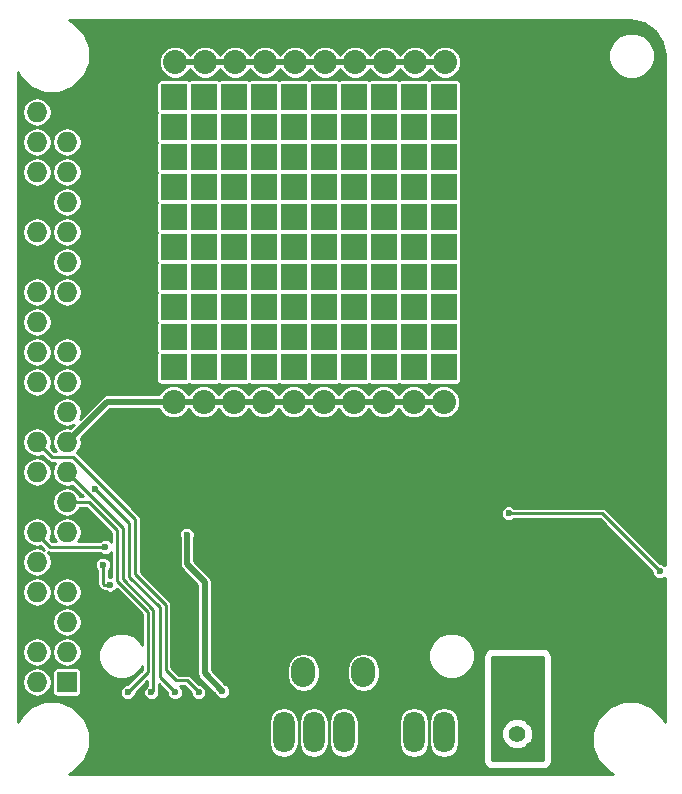
<source format=gbr>
G04 #@! TF.FileFunction,Copper,L2,Bot,Plane*
%FSLAX46Y46*%
G04 Gerber Fmt 4.6, Leading zero omitted, Abs format (unit mm)*
G04 Created by KiCad (PCBNEW 4.0.2-1.fc23-product) date Sun 22 May 2016 02:59:59 BST*
%MOMM*%
G01*
G04 APERTURE LIST*
%ADD10C,0.100000*%
%ADD11R,2.235200X2.235200*%
%ADD12C,2.032000*%
%ADD13R,1.727200X1.727200*%
%ADD14O,1.727200X1.727200*%
%ADD15O,1.800860X3.500120*%
%ADD16C,1.295400*%
%ADD17C,1.397000*%
%ADD18O,2.032000X2.540000*%
%ADD19C,0.600000*%
%ADD20C,0.500000*%
%ADD21C,0.250000*%
%ADD22C,0.254000*%
G04 APERTURE END LIST*
D10*
D11*
X104760000Y-102560000D03*
X102220000Y-102560000D03*
X99680000Y-102560000D03*
X97140000Y-102560000D03*
X94600000Y-102560000D03*
X92060000Y-102560000D03*
X89520000Y-102560000D03*
X86980000Y-102560000D03*
X84440000Y-102560000D03*
X81900000Y-102560000D03*
X104760000Y-100020000D03*
X102220000Y-100020000D03*
X99680000Y-100020000D03*
X97140000Y-100020000D03*
X94600000Y-100020000D03*
X92060000Y-100020000D03*
X89520000Y-100020000D03*
X86980000Y-100020000D03*
X84440000Y-100020000D03*
X81900000Y-100020000D03*
X104760000Y-97480000D03*
X102220000Y-97480000D03*
X99680000Y-97480000D03*
X97140000Y-97480000D03*
X94600000Y-97480000D03*
X92060000Y-97480000D03*
X89520000Y-97480000D03*
X86980000Y-97480000D03*
X84440000Y-97480000D03*
X81900000Y-97480000D03*
X104760000Y-94940000D03*
X102220000Y-94940000D03*
X99680000Y-94940000D03*
X97140000Y-94940000D03*
X94600000Y-94940000D03*
X92060000Y-94940000D03*
X89520000Y-94940000D03*
X86980000Y-94940000D03*
X84440000Y-94940000D03*
X81900000Y-94940000D03*
X104760000Y-92400000D03*
X102220000Y-92400000D03*
X99680000Y-92400000D03*
X97140000Y-92400000D03*
X94600000Y-92400000D03*
X92060000Y-92400000D03*
X89520000Y-92400000D03*
X86980000Y-92400000D03*
X84440000Y-92400000D03*
X81900000Y-92400000D03*
X104760000Y-89860000D03*
X102220000Y-89860000D03*
X99680000Y-89860000D03*
X97140000Y-89860000D03*
X94600000Y-89860000D03*
X92060000Y-89860000D03*
X89520000Y-89860000D03*
X86980000Y-89860000D03*
X84440000Y-89860000D03*
X81900000Y-89860000D03*
X104760000Y-87320000D03*
X102220000Y-87320000D03*
X99680000Y-87320000D03*
X97140000Y-87320000D03*
X94600000Y-87320000D03*
X92060000Y-87320000D03*
X89520000Y-87320000D03*
X86980000Y-87320000D03*
X84440000Y-87320000D03*
X81900000Y-87320000D03*
X104760000Y-84780000D03*
X102220000Y-84780000D03*
X99680000Y-84780000D03*
X97140000Y-84780000D03*
X94600000Y-84780000D03*
X92060000Y-84780000D03*
X89520000Y-84780000D03*
X86980000Y-84780000D03*
X84440000Y-84780000D03*
X81900000Y-84780000D03*
X104760000Y-82240000D03*
X102220000Y-82240000D03*
X99680000Y-82240000D03*
X97140000Y-82240000D03*
X94600000Y-82240000D03*
X92060000Y-82240000D03*
X89520000Y-82240000D03*
X86980000Y-82240000D03*
X84440000Y-82240000D03*
X81900000Y-82240000D03*
X104760000Y-79700000D03*
X102220000Y-79700000D03*
X99680000Y-79700000D03*
X97140000Y-79700000D03*
X94600000Y-79700000D03*
X92060000Y-79700000D03*
X89520000Y-79700000D03*
X86980000Y-79700000D03*
X84440000Y-79700000D03*
D12*
X82000000Y-76750000D03*
X84540000Y-76750000D03*
X87080000Y-76750000D03*
X89620000Y-76750000D03*
X92160000Y-76750000D03*
X94700000Y-76750000D03*
X97240000Y-76750000D03*
X99780000Y-76750000D03*
X102320000Y-76750000D03*
X104860000Y-76750000D03*
X79000000Y-102500000D03*
X79000000Y-99960000D03*
X79000000Y-97420000D03*
X79000000Y-94880000D03*
X79000000Y-92340000D03*
X79000000Y-89800000D03*
X79000000Y-87260000D03*
X79000000Y-84720000D03*
X79000000Y-82180000D03*
X79000000Y-79640000D03*
D13*
X72840000Y-129230000D03*
D14*
X70300000Y-129230000D03*
X72840000Y-126690000D03*
X70300000Y-126690000D03*
X72840000Y-124150000D03*
X70300000Y-124150000D03*
X72840000Y-121610000D03*
X70300000Y-121610000D03*
X72840000Y-119070000D03*
X70300000Y-119070000D03*
X72840000Y-116530000D03*
X70300000Y-116530000D03*
X72840000Y-113990000D03*
X70300000Y-113990000D03*
X72840000Y-111450000D03*
X70300000Y-111450000D03*
X72840000Y-108910000D03*
X70300000Y-108910000D03*
X72840000Y-106370000D03*
X70300000Y-106370000D03*
X72840000Y-103830000D03*
X70300000Y-103830000D03*
X72840000Y-101290000D03*
X70300000Y-101290000D03*
X72840000Y-98750000D03*
X70300000Y-98750000D03*
X72840000Y-96210000D03*
X70300000Y-96210000D03*
X72840000Y-93670000D03*
X70300000Y-93670000D03*
X72840000Y-91130000D03*
X70300000Y-91130000D03*
X72840000Y-88590000D03*
X70300000Y-88590000D03*
X72840000Y-86050000D03*
X70300000Y-86050000D03*
X72840000Y-83510000D03*
X70300000Y-83510000D03*
X72840000Y-80970000D03*
X70300000Y-80970000D03*
D15*
X104770000Y-133500000D03*
X102230000Y-133500000D03*
D16*
X109700000Y-134870000D03*
X112240000Y-134870000D03*
X112240000Y-132330000D03*
X109700000Y-132330000D03*
D17*
X110970000Y-133600000D03*
D15*
X98810000Y-133500000D03*
X96270000Y-133500000D03*
X93730000Y-133500000D03*
X91190000Y-133500000D03*
D12*
X104750000Y-105500000D03*
X102210000Y-105500000D03*
X99670000Y-105500000D03*
X97130000Y-105500000D03*
X94590000Y-105500000D03*
X92050000Y-105500000D03*
X89510000Y-105500000D03*
X86970000Y-105500000D03*
X84430000Y-105500000D03*
X81890000Y-105500000D03*
D11*
X81900000Y-79700000D03*
D18*
X95400000Y-128400000D03*
X97940000Y-128400000D03*
X92860000Y-128400000D03*
D19*
X83000000Y-116750000D03*
X84500000Y-123750000D03*
X86000000Y-130000000D03*
X78000000Y-130100000D03*
X76500000Y-121000000D03*
X75900000Y-119300000D03*
X80000000Y-130100000D03*
X75200000Y-112900000D03*
X82000000Y-130100000D03*
X84000000Y-130100000D03*
X78500000Y-124500000D03*
X76100000Y-117800000D03*
X110250000Y-114950000D03*
X123050000Y-119850000D03*
D20*
X81890000Y-105500000D02*
X76250000Y-105500000D01*
X76250000Y-105500000D02*
X72840000Y-108910000D01*
X104750000Y-105500000D02*
X102210000Y-105500000D01*
X102210000Y-105500000D02*
X99670000Y-105500000D01*
X99670000Y-105500000D02*
X97130000Y-105500000D01*
X97130000Y-105500000D02*
X94590000Y-105500000D01*
X94590000Y-105500000D02*
X92050000Y-105500000D01*
X92050000Y-105500000D02*
X89510000Y-105500000D01*
X89510000Y-105500000D02*
X86970000Y-105500000D01*
X86970000Y-105500000D02*
X84430000Y-105500000D01*
X84430000Y-105500000D02*
X81890000Y-105500000D01*
X84500000Y-123750000D02*
X84500000Y-120750000D01*
X84500000Y-120750000D02*
X83000000Y-119250000D01*
X83000000Y-119250000D02*
X83000000Y-116750000D01*
X84500000Y-128500000D02*
X84500000Y-123750000D01*
X86000000Y-130000000D02*
X84500000Y-128500000D01*
X104860000Y-76750000D02*
X102320000Y-76750000D01*
X102320000Y-76750000D02*
X99780000Y-76750000D01*
X99780000Y-76750000D02*
X97240000Y-76750000D01*
X97240000Y-76750000D02*
X94700000Y-76750000D01*
X94700000Y-76750000D02*
X92160000Y-76750000D01*
X92160000Y-76750000D02*
X89620000Y-76750000D01*
X89620000Y-76750000D02*
X87080000Y-76750000D01*
X87080000Y-76750000D02*
X84540000Y-76750000D01*
X84540000Y-76750000D02*
X82000000Y-76750000D01*
D21*
X74690000Y-113990000D02*
X72840000Y-113990000D01*
X77100000Y-116400000D02*
X74690000Y-113990000D01*
X77100000Y-120700000D02*
X77100000Y-116400000D01*
X79700000Y-123300000D02*
X77100000Y-120700000D01*
X79700000Y-128400000D02*
X79700000Y-123300000D01*
X78000000Y-130100000D02*
X79700000Y-128400000D01*
X76000000Y-121000000D02*
X76500000Y-121000000D01*
X75900000Y-120900000D02*
X76000000Y-121000000D01*
X75900000Y-119300000D02*
X75900000Y-120900000D01*
X72840000Y-111450000D02*
X77600000Y-116210000D01*
X77600000Y-120549998D02*
X77600000Y-116210000D01*
X80150002Y-123100000D02*
X77600000Y-120549998D01*
X80150002Y-129949998D02*
X80150002Y-123100000D01*
X80000000Y-130100000D02*
X80150002Y-129949998D01*
X78100000Y-115800000D02*
X75200000Y-112900000D01*
X78100000Y-120300000D02*
X78100000Y-115800000D01*
X80700000Y-122900000D02*
X78100000Y-120300000D01*
X80700000Y-128800000D02*
X80700000Y-122900000D01*
X82000000Y-130100000D02*
X80700000Y-128800000D01*
X71590000Y-110200000D02*
X70300000Y-108910000D01*
X73400000Y-110200000D02*
X71590000Y-110200000D01*
X78600000Y-115400000D02*
X73400000Y-110200000D01*
X78600000Y-120100000D02*
X78600000Y-115400000D01*
X81200000Y-122700000D02*
X78600000Y-120100000D01*
X81200000Y-128200000D02*
X81200000Y-122700000D01*
X82100000Y-129100000D02*
X81200000Y-128200000D01*
X83000000Y-129100000D02*
X82100000Y-129100000D01*
X84000000Y-130100000D02*
X83000000Y-129100000D01*
D20*
X79000000Y-99960000D02*
X78880000Y-99960000D01*
X78880000Y-99960000D02*
X77670000Y-98750000D01*
X79000000Y-97420000D02*
X79000000Y-94880000D01*
X79000000Y-94880000D02*
X79000000Y-92340000D01*
X79000000Y-92340000D02*
X79000000Y-89800000D01*
X79000000Y-89800000D02*
X79000000Y-87260000D01*
X79000000Y-87260000D02*
X79000000Y-84720000D01*
X79000000Y-84720000D02*
X79000000Y-82180000D01*
X79000000Y-82180000D02*
X79000000Y-79640000D01*
X72840000Y-98750000D02*
X77670000Y-98750000D01*
X77670000Y-98750000D02*
X79000000Y-97420000D01*
X79000000Y-97420000D02*
X79000000Y-99960000D01*
X79000000Y-99960000D02*
X79000000Y-102500000D01*
D21*
X76100000Y-117800000D02*
X71400000Y-117800000D01*
X70300000Y-116700000D02*
X71400000Y-117800000D01*
X70300000Y-116700000D02*
X70300000Y-116530000D01*
X118150000Y-114950000D02*
X110250000Y-114950000D01*
X123050000Y-119850000D02*
X118150000Y-114950000D01*
D22*
G36*
X113123000Y-135873000D02*
X108877000Y-135873000D01*
X108877000Y-133864086D01*
X109636269Y-133864086D01*
X109838854Y-134354380D01*
X110213647Y-134729827D01*
X110703587Y-134933268D01*
X111234086Y-134933731D01*
X111724380Y-134731146D01*
X112099827Y-134356353D01*
X112303268Y-133866413D01*
X112303731Y-133335914D01*
X112101146Y-132845620D01*
X111726353Y-132470173D01*
X111236413Y-132266732D01*
X110705914Y-132266269D01*
X110215620Y-132468854D01*
X109840173Y-132843647D01*
X109636732Y-133333587D01*
X109636269Y-133864086D01*
X108877000Y-133864086D01*
X108877000Y-127127000D01*
X113123000Y-127127000D01*
X113123000Y-135873000D01*
X113123000Y-135873000D01*
G37*
X113123000Y-135873000D02*
X108877000Y-135873000D01*
X108877000Y-133864086D01*
X109636269Y-133864086D01*
X109838854Y-134354380D01*
X110213647Y-134729827D01*
X110703587Y-134933268D01*
X111234086Y-134933731D01*
X111724380Y-134731146D01*
X112099827Y-134356353D01*
X112303268Y-133866413D01*
X112303731Y-133335914D01*
X112101146Y-132845620D01*
X111726353Y-132470173D01*
X111236413Y-132266732D01*
X110705914Y-132266269D01*
X110215620Y-132468854D01*
X109840173Y-132843647D01*
X109636732Y-133333587D01*
X109636269Y-133864086D01*
X108877000Y-133864086D01*
X108877000Y-127127000D01*
X113123000Y-127127000D01*
X113123000Y-135873000D01*
G36*
X121668649Y-73447622D02*
X122600042Y-74069959D01*
X123222377Y-75001350D01*
X123453000Y-76160772D01*
X123453000Y-119309600D01*
X123428318Y-119284875D01*
X123183257Y-119183116D01*
X123078818Y-119183025D01*
X118497897Y-114602103D01*
X118338281Y-114495451D01*
X118150000Y-114457999D01*
X118149995Y-114458000D01*
X110701316Y-114458000D01*
X110628318Y-114384875D01*
X110383257Y-114283116D01*
X110117908Y-114282885D01*
X109872669Y-114384215D01*
X109684875Y-114571682D01*
X109583116Y-114816743D01*
X109582885Y-115082092D01*
X109684215Y-115327331D01*
X109871682Y-115515125D01*
X110116743Y-115616884D01*
X110382092Y-115617115D01*
X110627331Y-115515785D01*
X110701245Y-115442000D01*
X117946206Y-115442000D01*
X122382975Y-119878768D01*
X122382885Y-119982092D01*
X122484215Y-120227331D01*
X122671682Y-120415125D01*
X122916743Y-120516884D01*
X123182092Y-120517115D01*
X123427331Y-120415785D01*
X123453000Y-120390161D01*
X123453000Y-132627029D01*
X123307313Y-132274439D01*
X122400336Y-131365877D01*
X121214706Y-130873561D01*
X119930926Y-130872441D01*
X118744439Y-131362687D01*
X117835877Y-132269664D01*
X117343561Y-133455294D01*
X117342441Y-134739074D01*
X117832687Y-135925561D01*
X118739664Y-136834123D01*
X119098200Y-136983000D01*
X73042971Y-136983000D01*
X73395561Y-136837313D01*
X74304123Y-135930336D01*
X74796439Y-134744706D01*
X74797559Y-133460926D01*
X74445507Y-132608894D01*
X89922570Y-132608894D01*
X89922570Y-134391106D01*
X90019047Y-134876130D01*
X90293792Y-135287314D01*
X90704976Y-135562059D01*
X91190000Y-135658536D01*
X91675024Y-135562059D01*
X92086208Y-135287314D01*
X92360953Y-134876130D01*
X92457430Y-134391106D01*
X92457430Y-132608894D01*
X92462570Y-132608894D01*
X92462570Y-134391106D01*
X92559047Y-134876130D01*
X92833792Y-135287314D01*
X93244976Y-135562059D01*
X93730000Y-135658536D01*
X94215024Y-135562059D01*
X94626208Y-135287314D01*
X94900953Y-134876130D01*
X94997430Y-134391106D01*
X94997430Y-132608894D01*
X95002570Y-132608894D01*
X95002570Y-134391106D01*
X95099047Y-134876130D01*
X95373792Y-135287314D01*
X95784976Y-135562059D01*
X96270000Y-135658536D01*
X96755024Y-135562059D01*
X97166208Y-135287314D01*
X97440953Y-134876130D01*
X97537430Y-134391106D01*
X97537430Y-132608894D01*
X100962570Y-132608894D01*
X100962570Y-134391106D01*
X101059047Y-134876130D01*
X101333792Y-135287314D01*
X101744976Y-135562059D01*
X102230000Y-135658536D01*
X102715024Y-135562059D01*
X103126208Y-135287314D01*
X103400953Y-134876130D01*
X103497430Y-134391106D01*
X103497430Y-132608894D01*
X103502570Y-132608894D01*
X103502570Y-134391106D01*
X103599047Y-134876130D01*
X103873792Y-135287314D01*
X104284976Y-135562059D01*
X104770000Y-135658536D01*
X105255024Y-135562059D01*
X105666208Y-135287314D01*
X105940953Y-134876130D01*
X106037430Y-134391106D01*
X106037430Y-132608894D01*
X105940953Y-132123870D01*
X105666208Y-131712686D01*
X105255024Y-131437941D01*
X104770000Y-131341464D01*
X104284976Y-131437941D01*
X103873792Y-131712686D01*
X103599047Y-132123870D01*
X103502570Y-132608894D01*
X103497430Y-132608894D01*
X103400953Y-132123870D01*
X103126208Y-131712686D01*
X102715024Y-131437941D01*
X102230000Y-131341464D01*
X101744976Y-131437941D01*
X101333792Y-131712686D01*
X101059047Y-132123870D01*
X100962570Y-132608894D01*
X97537430Y-132608894D01*
X97440953Y-132123870D01*
X97166208Y-131712686D01*
X96755024Y-131437941D01*
X96270000Y-131341464D01*
X95784976Y-131437941D01*
X95373792Y-131712686D01*
X95099047Y-132123870D01*
X95002570Y-132608894D01*
X94997430Y-132608894D01*
X94900953Y-132123870D01*
X94626208Y-131712686D01*
X94215024Y-131437941D01*
X93730000Y-131341464D01*
X93244976Y-131437941D01*
X92833792Y-131712686D01*
X92559047Y-132123870D01*
X92462570Y-132608894D01*
X92457430Y-132608894D01*
X92360953Y-132123870D01*
X92086208Y-131712686D01*
X91675024Y-131437941D01*
X91190000Y-131341464D01*
X90704976Y-131437941D01*
X90293792Y-131712686D01*
X90019047Y-132123870D01*
X89922570Y-132608894D01*
X74445507Y-132608894D01*
X74307313Y-132274439D01*
X73400336Y-131365877D01*
X72214706Y-130873561D01*
X70930926Y-130872441D01*
X69744439Y-131362687D01*
X68835877Y-132269664D01*
X68687000Y-132628200D01*
X68687000Y-129230000D01*
X69045291Y-129230000D01*
X69138965Y-129700930D01*
X69405725Y-130100166D01*
X69804961Y-130366926D01*
X70275891Y-130460600D01*
X70324109Y-130460600D01*
X70795039Y-130366926D01*
X71194275Y-130100166D01*
X71461035Y-129700930D01*
X71554709Y-129230000D01*
X71461035Y-128759070D01*
X71198663Y-128366400D01*
X71602211Y-128366400D01*
X71602211Y-130093600D01*
X71627801Y-130229602D01*
X71708178Y-130354511D01*
X71830820Y-130438308D01*
X71976400Y-130467789D01*
X73703600Y-130467789D01*
X73839602Y-130442199D01*
X73964511Y-130361822D01*
X74048308Y-130239180D01*
X74077789Y-130093600D01*
X74077789Y-128366400D01*
X74052199Y-128230398D01*
X73971822Y-128105489D01*
X73849180Y-128021692D01*
X73703600Y-127992211D01*
X71976400Y-127992211D01*
X71840398Y-128017801D01*
X71715489Y-128098178D01*
X71631692Y-128220820D01*
X71602211Y-128366400D01*
X71198663Y-128366400D01*
X71194275Y-128359834D01*
X70795039Y-128093074D01*
X70324109Y-127999400D01*
X70275891Y-127999400D01*
X69804961Y-128093074D01*
X69405725Y-128359834D01*
X69138965Y-128759070D01*
X69045291Y-129230000D01*
X68687000Y-129230000D01*
X68687000Y-126690000D01*
X69045291Y-126690000D01*
X69138965Y-127160930D01*
X69405725Y-127560166D01*
X69804961Y-127826926D01*
X70275891Y-127920600D01*
X70324109Y-127920600D01*
X70795039Y-127826926D01*
X71194275Y-127560166D01*
X71461035Y-127160930D01*
X71554709Y-126690000D01*
X71585291Y-126690000D01*
X71678965Y-127160930D01*
X71945725Y-127560166D01*
X72344961Y-127826926D01*
X72815891Y-127920600D01*
X72864109Y-127920600D01*
X73335039Y-127826926D01*
X73734275Y-127560166D01*
X74001035Y-127160930D01*
X74094709Y-126690000D01*
X74001035Y-126219070D01*
X73734275Y-125819834D01*
X73335039Y-125553074D01*
X72864109Y-125459400D01*
X72815891Y-125459400D01*
X72344961Y-125553074D01*
X71945725Y-125819834D01*
X71678965Y-126219070D01*
X71585291Y-126690000D01*
X71554709Y-126690000D01*
X71461035Y-126219070D01*
X71194275Y-125819834D01*
X70795039Y-125553074D01*
X70324109Y-125459400D01*
X70275891Y-125459400D01*
X69804961Y-125553074D01*
X69405725Y-125819834D01*
X69138965Y-126219070D01*
X69045291Y-126690000D01*
X68687000Y-126690000D01*
X68687000Y-124150000D01*
X71585291Y-124150000D01*
X71678965Y-124620930D01*
X71945725Y-125020166D01*
X72344961Y-125286926D01*
X72815891Y-125380600D01*
X72864109Y-125380600D01*
X73335039Y-125286926D01*
X73734275Y-125020166D01*
X74001035Y-124620930D01*
X74094709Y-124150000D01*
X74001035Y-123679070D01*
X73734275Y-123279834D01*
X73335039Y-123013074D01*
X72864109Y-122919400D01*
X72815891Y-122919400D01*
X72344961Y-123013074D01*
X71945725Y-123279834D01*
X71678965Y-123679070D01*
X71585291Y-124150000D01*
X68687000Y-124150000D01*
X68687000Y-121610000D01*
X69045291Y-121610000D01*
X69138965Y-122080930D01*
X69405725Y-122480166D01*
X69804961Y-122746926D01*
X70275891Y-122840600D01*
X70324109Y-122840600D01*
X70795039Y-122746926D01*
X71194275Y-122480166D01*
X71461035Y-122080930D01*
X71554709Y-121610000D01*
X71585291Y-121610000D01*
X71678965Y-122080930D01*
X71945725Y-122480166D01*
X72344961Y-122746926D01*
X72815891Y-122840600D01*
X72864109Y-122840600D01*
X73335039Y-122746926D01*
X73734275Y-122480166D01*
X74001035Y-122080930D01*
X74094709Y-121610000D01*
X74001035Y-121139070D01*
X73734275Y-120739834D01*
X73335039Y-120473074D01*
X72864109Y-120379400D01*
X72815891Y-120379400D01*
X72344961Y-120473074D01*
X71945725Y-120739834D01*
X71678965Y-121139070D01*
X71585291Y-121610000D01*
X71554709Y-121610000D01*
X71461035Y-121139070D01*
X71194275Y-120739834D01*
X70795039Y-120473074D01*
X70324109Y-120379400D01*
X70275891Y-120379400D01*
X69804961Y-120473074D01*
X69405725Y-120739834D01*
X69138965Y-121139070D01*
X69045291Y-121610000D01*
X68687000Y-121610000D01*
X68687000Y-111450000D01*
X69045291Y-111450000D01*
X69138965Y-111920930D01*
X69405725Y-112320166D01*
X69804961Y-112586926D01*
X70275891Y-112680600D01*
X70324109Y-112680600D01*
X70795039Y-112586926D01*
X71194275Y-112320166D01*
X71461035Y-111920930D01*
X71554709Y-111450000D01*
X71461035Y-110979070D01*
X71194275Y-110579834D01*
X70795039Y-110313074D01*
X70324109Y-110219400D01*
X70275891Y-110219400D01*
X69804961Y-110313074D01*
X69405725Y-110579834D01*
X69138965Y-110979070D01*
X69045291Y-111450000D01*
X68687000Y-111450000D01*
X68687000Y-108910000D01*
X69045291Y-108910000D01*
X69138965Y-109380930D01*
X69405725Y-109780166D01*
X69804961Y-110046926D01*
X70275891Y-110140600D01*
X70324109Y-110140600D01*
X70750076Y-110055870D01*
X71242101Y-110547894D01*
X71242103Y-110547897D01*
X71401720Y-110654549D01*
X71590000Y-110692000D01*
X71870778Y-110692000D01*
X71678965Y-110979070D01*
X71585291Y-111450000D01*
X71678965Y-111920930D01*
X71945725Y-112320166D01*
X72344961Y-112586926D01*
X72815891Y-112680600D01*
X72864109Y-112680600D01*
X73290076Y-112595870D01*
X74192206Y-113498000D01*
X73986957Y-113498000D01*
X73734275Y-113119834D01*
X73335039Y-112853074D01*
X72864109Y-112759400D01*
X72815891Y-112759400D01*
X72344961Y-112853074D01*
X71945725Y-113119834D01*
X71678965Y-113519070D01*
X71585291Y-113990000D01*
X71678965Y-114460930D01*
X71945725Y-114860166D01*
X72344961Y-115126926D01*
X72815891Y-115220600D01*
X72864109Y-115220600D01*
X73335039Y-115126926D01*
X73734275Y-114860166D01*
X73986957Y-114482000D01*
X74486206Y-114482000D01*
X76608000Y-116603793D01*
X76608000Y-117364783D01*
X76478318Y-117234875D01*
X76233257Y-117133116D01*
X75967908Y-117132885D01*
X75722669Y-117234215D01*
X75648755Y-117308000D01*
X73795858Y-117308000D01*
X74001035Y-117000930D01*
X74094709Y-116530000D01*
X74001035Y-116059070D01*
X73734275Y-115659834D01*
X73335039Y-115393074D01*
X72864109Y-115299400D01*
X72815891Y-115299400D01*
X72344961Y-115393074D01*
X71945725Y-115659834D01*
X71678965Y-116059070D01*
X71585291Y-116530000D01*
X71678965Y-117000930D01*
X71884142Y-117308000D01*
X71603793Y-117308000D01*
X71395221Y-117099428D01*
X71461035Y-117000930D01*
X71554709Y-116530000D01*
X71461035Y-116059070D01*
X71194275Y-115659834D01*
X70795039Y-115393074D01*
X70324109Y-115299400D01*
X70275891Y-115299400D01*
X69804961Y-115393074D01*
X69405725Y-115659834D01*
X69138965Y-116059070D01*
X69045291Y-116530000D01*
X69138965Y-117000930D01*
X69405725Y-117400166D01*
X69804961Y-117666926D01*
X70275891Y-117760600D01*
X70324109Y-117760600D01*
X70608281Y-117704075D01*
X70922341Y-118018134D01*
X70795039Y-117933074D01*
X70324109Y-117839400D01*
X70275891Y-117839400D01*
X69804961Y-117933074D01*
X69405725Y-118199834D01*
X69138965Y-118599070D01*
X69045291Y-119070000D01*
X69138965Y-119540930D01*
X69405725Y-119940166D01*
X69804961Y-120206926D01*
X70275891Y-120300600D01*
X70324109Y-120300600D01*
X70795039Y-120206926D01*
X71194275Y-119940166D01*
X71461035Y-119540930D01*
X71554709Y-119070000D01*
X71461035Y-118599070D01*
X71233764Y-118258934D01*
X71400000Y-118292001D01*
X71400005Y-118292000D01*
X75648684Y-118292000D01*
X75721682Y-118365125D01*
X75966743Y-118466884D01*
X76232092Y-118467115D01*
X76477331Y-118365785D01*
X76608000Y-118235344D01*
X76608000Y-120333094D01*
X76392000Y-120332906D01*
X76392000Y-119751316D01*
X76465125Y-119678318D01*
X76566884Y-119433257D01*
X76567115Y-119167908D01*
X76465785Y-118922669D01*
X76278318Y-118734875D01*
X76033257Y-118633116D01*
X75767908Y-118632885D01*
X75522669Y-118734215D01*
X75334875Y-118921682D01*
X75233116Y-119166743D01*
X75232885Y-119432092D01*
X75334215Y-119677331D01*
X75408000Y-119751245D01*
X75408000Y-120899995D01*
X75407999Y-120900000D01*
X75445451Y-121088281D01*
X75552103Y-121247897D01*
X75652101Y-121347894D01*
X75652103Y-121347897D01*
X75811720Y-121454549D01*
X76000000Y-121492000D01*
X76048684Y-121492000D01*
X76121682Y-121565125D01*
X76366743Y-121666884D01*
X76632092Y-121667115D01*
X76877331Y-121565785D01*
X77065125Y-121378318D01*
X77070230Y-121366024D01*
X79208000Y-123503793D01*
X79208000Y-126088141D01*
X79127911Y-125894311D01*
X78578581Y-125344022D01*
X77860480Y-125045840D01*
X77082932Y-125045161D01*
X76364311Y-125342089D01*
X75814022Y-125891419D01*
X75515840Y-126609520D01*
X75515161Y-127387068D01*
X75812089Y-128105689D01*
X76361419Y-128655978D01*
X77079520Y-128954160D01*
X77857068Y-128954839D01*
X78575689Y-128657911D01*
X79125978Y-128108581D01*
X79208000Y-127911050D01*
X79208000Y-128196207D01*
X77971231Y-129432975D01*
X77867908Y-129432885D01*
X77622669Y-129534215D01*
X77434875Y-129721682D01*
X77333116Y-129966743D01*
X77332885Y-130232092D01*
X77434215Y-130477331D01*
X77621682Y-130665125D01*
X77866743Y-130766884D01*
X78132092Y-130767115D01*
X78377331Y-130665785D01*
X78565125Y-130478318D01*
X78666884Y-130233257D01*
X78666975Y-130128819D01*
X79658002Y-129137791D01*
X79658002Y-129519616D01*
X79622669Y-129534215D01*
X79434875Y-129721682D01*
X79333116Y-129966743D01*
X79332885Y-130232092D01*
X79434215Y-130477331D01*
X79621682Y-130665125D01*
X79866743Y-130766884D01*
X80132092Y-130767115D01*
X80377331Y-130665785D01*
X80565125Y-130478318D01*
X80666884Y-130233257D01*
X80667115Y-129967908D01*
X80642002Y-129907129D01*
X80642002Y-129437796D01*
X81332975Y-130128768D01*
X81332885Y-130232092D01*
X81434215Y-130477331D01*
X81621682Y-130665125D01*
X81866743Y-130766884D01*
X82132092Y-130767115D01*
X82377331Y-130665785D01*
X82565125Y-130478318D01*
X82666884Y-130233257D01*
X82667115Y-129967908D01*
X82565785Y-129722669D01*
X82435344Y-129592000D01*
X82796206Y-129592000D01*
X83332975Y-130128768D01*
X83332885Y-130232092D01*
X83434215Y-130477331D01*
X83621682Y-130665125D01*
X83866743Y-130766884D01*
X84132092Y-130767115D01*
X84377331Y-130665785D01*
X84565125Y-130478318D01*
X84666884Y-130233257D01*
X84667115Y-129967908D01*
X84565785Y-129722669D01*
X84378318Y-129534875D01*
X84133257Y-129433116D01*
X84028818Y-129433025D01*
X83347897Y-128752103D01*
X83188281Y-128645451D01*
X83000000Y-128607999D01*
X82999995Y-128608000D01*
X82303793Y-128608000D01*
X81692000Y-127996206D01*
X81692000Y-122700000D01*
X81654549Y-122511720D01*
X81654549Y-122511719D01*
X81585246Y-122408000D01*
X81547897Y-122352103D01*
X81547894Y-122352101D01*
X79092000Y-119896206D01*
X79092000Y-116882092D01*
X82332885Y-116882092D01*
X82383000Y-117003380D01*
X82383000Y-119250000D01*
X82429966Y-119486116D01*
X82563715Y-119686285D01*
X83883000Y-121005570D01*
X83883000Y-123496610D01*
X83833116Y-123616743D01*
X83832885Y-123882092D01*
X83883000Y-124003380D01*
X83883000Y-128500000D01*
X83929966Y-128736116D01*
X84063715Y-128936285D01*
X85384542Y-130257112D01*
X85434215Y-130377331D01*
X85621682Y-130565125D01*
X85866743Y-130666884D01*
X86132092Y-130667115D01*
X86377331Y-130565785D01*
X86565125Y-130378318D01*
X86666884Y-130133257D01*
X86667115Y-129867908D01*
X86565785Y-129622669D01*
X86378318Y-129434875D01*
X86257118Y-129384548D01*
X85117000Y-128244430D01*
X85117000Y-128113929D01*
X91477000Y-128113929D01*
X91477000Y-128686071D01*
X91582275Y-129215322D01*
X91882071Y-129664000D01*
X92330749Y-129963796D01*
X92860000Y-130069071D01*
X93389251Y-129963796D01*
X93837929Y-129664000D01*
X94137725Y-129215322D01*
X94243000Y-128686071D01*
X94243000Y-128113929D01*
X96557000Y-128113929D01*
X96557000Y-128686071D01*
X96662275Y-129215322D01*
X96962071Y-129664000D01*
X97410749Y-129963796D01*
X97940000Y-130069071D01*
X98469251Y-129963796D01*
X98917929Y-129664000D01*
X99217725Y-129215322D01*
X99323000Y-128686071D01*
X99323000Y-128113929D01*
X99217725Y-127584678D01*
X99085687Y-127387068D01*
X103455161Y-127387068D01*
X103752089Y-128105689D01*
X104301419Y-128655978D01*
X105019520Y-128954160D01*
X105797068Y-128954839D01*
X106515689Y-128657911D01*
X107065978Y-128108581D01*
X107364160Y-127390480D01*
X107364492Y-127010000D01*
X108115000Y-127010000D01*
X108115000Y-135990000D01*
X108127194Y-136113845D01*
X108127955Y-136117672D01*
X108222810Y-136346662D01*
X108224978Y-136349906D01*
X108400094Y-136525022D01*
X108403338Y-136527190D01*
X108632328Y-136622045D01*
X108636155Y-136622806D01*
X108760000Y-136635000D01*
X113240000Y-136635000D01*
X113363845Y-136622806D01*
X113367672Y-136622045D01*
X113596662Y-136527190D01*
X113599906Y-136525022D01*
X113775022Y-136349906D01*
X113777190Y-136346662D01*
X113872045Y-136117672D01*
X113872806Y-136113845D01*
X113885000Y-135990000D01*
X113885000Y-127010000D01*
X113872806Y-126886155D01*
X113872045Y-126882328D01*
X113777190Y-126653338D01*
X113775022Y-126650094D01*
X113599906Y-126474978D01*
X113596662Y-126472810D01*
X113367672Y-126377955D01*
X113363845Y-126377194D01*
X113240000Y-126365000D01*
X108760000Y-126365000D01*
X108636155Y-126377194D01*
X108632328Y-126377955D01*
X108403338Y-126472810D01*
X108400094Y-126474978D01*
X108224978Y-126650094D01*
X108222810Y-126653338D01*
X108127955Y-126882328D01*
X108127194Y-126886155D01*
X108115000Y-127010000D01*
X107364492Y-127010000D01*
X107364839Y-126612932D01*
X107067911Y-125894311D01*
X106518581Y-125344022D01*
X105800480Y-125045840D01*
X105022932Y-125045161D01*
X104304311Y-125342089D01*
X103754022Y-125891419D01*
X103455840Y-126609520D01*
X103455161Y-127387068D01*
X99085687Y-127387068D01*
X98917929Y-127136000D01*
X98469251Y-126836204D01*
X97940000Y-126730929D01*
X97410749Y-126836204D01*
X96962071Y-127136000D01*
X96662275Y-127584678D01*
X96557000Y-128113929D01*
X94243000Y-128113929D01*
X94137725Y-127584678D01*
X93837929Y-127136000D01*
X93389251Y-126836204D01*
X92860000Y-126730929D01*
X92330749Y-126836204D01*
X91882071Y-127136000D01*
X91582275Y-127584678D01*
X91477000Y-128113929D01*
X85117000Y-128113929D01*
X85117000Y-124003390D01*
X85166884Y-123883257D01*
X85167115Y-123617908D01*
X85117000Y-123496620D01*
X85117000Y-120750000D01*
X85070034Y-120513884D01*
X84936285Y-120313715D01*
X83617000Y-118994430D01*
X83617000Y-117003390D01*
X83666884Y-116883257D01*
X83667115Y-116617908D01*
X83565785Y-116372669D01*
X83378318Y-116184875D01*
X83133257Y-116083116D01*
X82867908Y-116082885D01*
X82622669Y-116184215D01*
X82434875Y-116371682D01*
X82333116Y-116616743D01*
X82332885Y-116882092D01*
X79092000Y-116882092D01*
X79092000Y-115400005D01*
X79092001Y-115400000D01*
X79054549Y-115211720D01*
X79005478Y-115138280D01*
X78947897Y-115052103D01*
X78947894Y-115052101D01*
X73747897Y-109852103D01*
X73687255Y-109811583D01*
X73734275Y-109780166D01*
X74001035Y-109380930D01*
X74094709Y-108910000D01*
X74031308Y-108591262D01*
X76505570Y-106117000D01*
X80648531Y-106117000D01*
X80716866Y-106282383D01*
X81105570Y-106671767D01*
X81613697Y-106882760D01*
X82163889Y-106883240D01*
X82672383Y-106673134D01*
X83061767Y-106284430D01*
X83131290Y-106117000D01*
X83188531Y-106117000D01*
X83256866Y-106282383D01*
X83645570Y-106671767D01*
X84153697Y-106882760D01*
X84703889Y-106883240D01*
X85212383Y-106673134D01*
X85601767Y-106284430D01*
X85671290Y-106117000D01*
X85728531Y-106117000D01*
X85796866Y-106282383D01*
X86185570Y-106671767D01*
X86693697Y-106882760D01*
X87243889Y-106883240D01*
X87752383Y-106673134D01*
X88141767Y-106284430D01*
X88211290Y-106117000D01*
X88268531Y-106117000D01*
X88336866Y-106282383D01*
X88725570Y-106671767D01*
X89233697Y-106882760D01*
X89783889Y-106883240D01*
X90292383Y-106673134D01*
X90681767Y-106284430D01*
X90751290Y-106117000D01*
X90808531Y-106117000D01*
X90876866Y-106282383D01*
X91265570Y-106671767D01*
X91773697Y-106882760D01*
X92323889Y-106883240D01*
X92832383Y-106673134D01*
X93221767Y-106284430D01*
X93291290Y-106117000D01*
X93348531Y-106117000D01*
X93416866Y-106282383D01*
X93805570Y-106671767D01*
X94313697Y-106882760D01*
X94863889Y-106883240D01*
X95372383Y-106673134D01*
X95761767Y-106284430D01*
X95831290Y-106117000D01*
X95888531Y-106117000D01*
X95956866Y-106282383D01*
X96345570Y-106671767D01*
X96853697Y-106882760D01*
X97403889Y-106883240D01*
X97912383Y-106673134D01*
X98301767Y-106284430D01*
X98371290Y-106117000D01*
X98428531Y-106117000D01*
X98496866Y-106282383D01*
X98885570Y-106671767D01*
X99393697Y-106882760D01*
X99943889Y-106883240D01*
X100452383Y-106673134D01*
X100841767Y-106284430D01*
X100911290Y-106117000D01*
X100968531Y-106117000D01*
X101036866Y-106282383D01*
X101425570Y-106671767D01*
X101933697Y-106882760D01*
X102483889Y-106883240D01*
X102992383Y-106673134D01*
X103381767Y-106284430D01*
X103451290Y-106117000D01*
X103508531Y-106117000D01*
X103576866Y-106282383D01*
X103965570Y-106671767D01*
X104473697Y-106882760D01*
X105023889Y-106883240D01*
X105532383Y-106673134D01*
X105921767Y-106284430D01*
X106132760Y-105776303D01*
X106133240Y-105226111D01*
X105923134Y-104717617D01*
X105534430Y-104328233D01*
X105026303Y-104117240D01*
X104476111Y-104116760D01*
X103967617Y-104326866D01*
X103578233Y-104715570D01*
X103508710Y-104883000D01*
X103451469Y-104883000D01*
X103383134Y-104717617D01*
X102994430Y-104328233D01*
X102486303Y-104117240D01*
X101936111Y-104116760D01*
X101427617Y-104326866D01*
X101038233Y-104715570D01*
X100968710Y-104883000D01*
X100911469Y-104883000D01*
X100843134Y-104717617D01*
X100454430Y-104328233D01*
X99946303Y-104117240D01*
X99396111Y-104116760D01*
X98887617Y-104326866D01*
X98498233Y-104715570D01*
X98428710Y-104883000D01*
X98371469Y-104883000D01*
X98303134Y-104717617D01*
X97914430Y-104328233D01*
X97406303Y-104117240D01*
X96856111Y-104116760D01*
X96347617Y-104326866D01*
X95958233Y-104715570D01*
X95888710Y-104883000D01*
X95831469Y-104883000D01*
X95763134Y-104717617D01*
X95374430Y-104328233D01*
X94866303Y-104117240D01*
X94316111Y-104116760D01*
X93807617Y-104326866D01*
X93418233Y-104715570D01*
X93348710Y-104883000D01*
X93291469Y-104883000D01*
X93223134Y-104717617D01*
X92834430Y-104328233D01*
X92326303Y-104117240D01*
X91776111Y-104116760D01*
X91267617Y-104326866D01*
X90878233Y-104715570D01*
X90808710Y-104883000D01*
X90751469Y-104883000D01*
X90683134Y-104717617D01*
X90294430Y-104328233D01*
X89786303Y-104117240D01*
X89236111Y-104116760D01*
X88727617Y-104326866D01*
X88338233Y-104715570D01*
X88268710Y-104883000D01*
X88211469Y-104883000D01*
X88143134Y-104717617D01*
X87754430Y-104328233D01*
X87246303Y-104117240D01*
X86696111Y-104116760D01*
X86187617Y-104326866D01*
X85798233Y-104715570D01*
X85728710Y-104883000D01*
X85671469Y-104883000D01*
X85603134Y-104717617D01*
X85214430Y-104328233D01*
X84706303Y-104117240D01*
X84156111Y-104116760D01*
X83647617Y-104326866D01*
X83258233Y-104715570D01*
X83188710Y-104883000D01*
X83131469Y-104883000D01*
X83063134Y-104717617D01*
X82674430Y-104328233D01*
X82166303Y-104117240D01*
X81616111Y-104116760D01*
X81107617Y-104326866D01*
X80718233Y-104715570D01*
X80648710Y-104883000D01*
X76250000Y-104883000D01*
X76013884Y-104929966D01*
X75813715Y-105063715D01*
X73929621Y-106947809D01*
X74001035Y-106840930D01*
X74094709Y-106370000D01*
X74001035Y-105899070D01*
X73734275Y-105499834D01*
X73335039Y-105233074D01*
X72864109Y-105139400D01*
X72815891Y-105139400D01*
X72344961Y-105233074D01*
X71945725Y-105499834D01*
X71678965Y-105899070D01*
X71585291Y-106370000D01*
X71678965Y-106840930D01*
X71945725Y-107240166D01*
X72344961Y-107506926D01*
X72815891Y-107600600D01*
X72864109Y-107600600D01*
X73335039Y-107506926D01*
X73441918Y-107435512D01*
X73142629Y-107734801D01*
X72864109Y-107679400D01*
X72815891Y-107679400D01*
X72344961Y-107773074D01*
X71945725Y-108039834D01*
X71678965Y-108439070D01*
X71585291Y-108910000D01*
X71678965Y-109380930D01*
X71897505Y-109708000D01*
X71793793Y-109708000D01*
X71461979Y-109376185D01*
X71554709Y-108910000D01*
X71461035Y-108439070D01*
X71194275Y-108039834D01*
X70795039Y-107773074D01*
X70324109Y-107679400D01*
X70275891Y-107679400D01*
X69804961Y-107773074D01*
X69405725Y-108039834D01*
X69138965Y-108439070D01*
X69045291Y-108910000D01*
X68687000Y-108910000D01*
X68687000Y-103830000D01*
X69045291Y-103830000D01*
X69138965Y-104300930D01*
X69405725Y-104700166D01*
X69804961Y-104966926D01*
X70275891Y-105060600D01*
X70324109Y-105060600D01*
X70795039Y-104966926D01*
X71194275Y-104700166D01*
X71461035Y-104300930D01*
X71554709Y-103830000D01*
X71585291Y-103830000D01*
X71678965Y-104300930D01*
X71945725Y-104700166D01*
X72344961Y-104966926D01*
X72815891Y-105060600D01*
X72864109Y-105060600D01*
X73335039Y-104966926D01*
X73734275Y-104700166D01*
X74001035Y-104300930D01*
X74094709Y-103830000D01*
X74001035Y-103359070D01*
X73734275Y-102959834D01*
X73335039Y-102693074D01*
X72864109Y-102599400D01*
X72815891Y-102599400D01*
X72344961Y-102693074D01*
X71945725Y-102959834D01*
X71678965Y-103359070D01*
X71585291Y-103830000D01*
X71554709Y-103830000D01*
X71461035Y-103359070D01*
X71194275Y-102959834D01*
X70795039Y-102693074D01*
X70324109Y-102599400D01*
X70275891Y-102599400D01*
X69804961Y-102693074D01*
X69405725Y-102959834D01*
X69138965Y-103359070D01*
X69045291Y-103830000D01*
X68687000Y-103830000D01*
X68687000Y-101290000D01*
X69045291Y-101290000D01*
X69138965Y-101760930D01*
X69405725Y-102160166D01*
X69804961Y-102426926D01*
X70275891Y-102520600D01*
X70324109Y-102520600D01*
X70795039Y-102426926D01*
X71194275Y-102160166D01*
X71461035Y-101760930D01*
X71554709Y-101290000D01*
X71585291Y-101290000D01*
X71678965Y-101760930D01*
X71945725Y-102160166D01*
X72344961Y-102426926D01*
X72815891Y-102520600D01*
X72864109Y-102520600D01*
X73335039Y-102426926D01*
X73734275Y-102160166D01*
X74001035Y-101760930D01*
X74094709Y-101290000D01*
X74001035Y-100819070D01*
X73734275Y-100419834D01*
X73335039Y-100153074D01*
X72864109Y-100059400D01*
X72815891Y-100059400D01*
X72344961Y-100153074D01*
X71945725Y-100419834D01*
X71678965Y-100819070D01*
X71585291Y-101290000D01*
X71554709Y-101290000D01*
X71461035Y-100819070D01*
X71194275Y-100419834D01*
X70795039Y-100153074D01*
X70324109Y-100059400D01*
X70275891Y-100059400D01*
X69804961Y-100153074D01*
X69405725Y-100419834D01*
X69138965Y-100819070D01*
X69045291Y-101290000D01*
X68687000Y-101290000D01*
X68687000Y-98750000D01*
X69045291Y-98750000D01*
X69138965Y-99220930D01*
X69405725Y-99620166D01*
X69804961Y-99886926D01*
X70275891Y-99980600D01*
X70324109Y-99980600D01*
X70795039Y-99886926D01*
X71194275Y-99620166D01*
X71461035Y-99220930D01*
X71554709Y-98750000D01*
X71461035Y-98279070D01*
X71194275Y-97879834D01*
X70795039Y-97613074D01*
X70324109Y-97519400D01*
X70275891Y-97519400D01*
X69804961Y-97613074D01*
X69405725Y-97879834D01*
X69138965Y-98279070D01*
X69045291Y-98750000D01*
X68687000Y-98750000D01*
X68687000Y-96210000D01*
X69045291Y-96210000D01*
X69138965Y-96680930D01*
X69405725Y-97080166D01*
X69804961Y-97346926D01*
X70275891Y-97440600D01*
X70324109Y-97440600D01*
X70795039Y-97346926D01*
X71194275Y-97080166D01*
X71461035Y-96680930D01*
X71554709Y-96210000D01*
X71585291Y-96210000D01*
X71678965Y-96680930D01*
X71945725Y-97080166D01*
X72344961Y-97346926D01*
X72815891Y-97440600D01*
X72864109Y-97440600D01*
X73335039Y-97346926D01*
X73734275Y-97080166D01*
X74001035Y-96680930D01*
X74094709Y-96210000D01*
X74001035Y-95739070D01*
X73734275Y-95339834D01*
X73335039Y-95073074D01*
X72864109Y-94979400D01*
X72815891Y-94979400D01*
X72344961Y-95073074D01*
X71945725Y-95339834D01*
X71678965Y-95739070D01*
X71585291Y-96210000D01*
X71554709Y-96210000D01*
X71461035Y-95739070D01*
X71194275Y-95339834D01*
X70795039Y-95073074D01*
X70324109Y-94979400D01*
X70275891Y-94979400D01*
X69804961Y-95073074D01*
X69405725Y-95339834D01*
X69138965Y-95739070D01*
X69045291Y-96210000D01*
X68687000Y-96210000D01*
X68687000Y-93670000D01*
X71585291Y-93670000D01*
X71678965Y-94140930D01*
X71945725Y-94540166D01*
X72344961Y-94806926D01*
X72815891Y-94900600D01*
X72864109Y-94900600D01*
X73335039Y-94806926D01*
X73734275Y-94540166D01*
X74001035Y-94140930D01*
X74094709Y-93670000D01*
X74001035Y-93199070D01*
X73734275Y-92799834D01*
X73335039Y-92533074D01*
X72864109Y-92439400D01*
X72815891Y-92439400D01*
X72344961Y-92533074D01*
X71945725Y-92799834D01*
X71678965Y-93199070D01*
X71585291Y-93670000D01*
X68687000Y-93670000D01*
X68687000Y-91130000D01*
X69045291Y-91130000D01*
X69138965Y-91600930D01*
X69405725Y-92000166D01*
X69804961Y-92266926D01*
X70275891Y-92360600D01*
X70324109Y-92360600D01*
X70795039Y-92266926D01*
X71194275Y-92000166D01*
X71461035Y-91600930D01*
X71554709Y-91130000D01*
X71585291Y-91130000D01*
X71678965Y-91600930D01*
X71945725Y-92000166D01*
X72344961Y-92266926D01*
X72815891Y-92360600D01*
X72864109Y-92360600D01*
X73335039Y-92266926D01*
X73734275Y-92000166D01*
X74001035Y-91600930D01*
X74094709Y-91130000D01*
X74001035Y-90659070D01*
X73734275Y-90259834D01*
X73335039Y-89993074D01*
X72864109Y-89899400D01*
X72815891Y-89899400D01*
X72344961Y-89993074D01*
X71945725Y-90259834D01*
X71678965Y-90659070D01*
X71585291Y-91130000D01*
X71554709Y-91130000D01*
X71461035Y-90659070D01*
X71194275Y-90259834D01*
X70795039Y-89993074D01*
X70324109Y-89899400D01*
X70275891Y-89899400D01*
X69804961Y-89993074D01*
X69405725Y-90259834D01*
X69138965Y-90659070D01*
X69045291Y-91130000D01*
X68687000Y-91130000D01*
X68687000Y-88590000D01*
X71585291Y-88590000D01*
X71678965Y-89060930D01*
X71945725Y-89460166D01*
X72344961Y-89726926D01*
X72815891Y-89820600D01*
X72864109Y-89820600D01*
X73335039Y-89726926D01*
X73734275Y-89460166D01*
X74001035Y-89060930D01*
X74094709Y-88590000D01*
X74001035Y-88119070D01*
X73734275Y-87719834D01*
X73335039Y-87453074D01*
X72864109Y-87359400D01*
X72815891Y-87359400D01*
X72344961Y-87453074D01*
X71945725Y-87719834D01*
X71678965Y-88119070D01*
X71585291Y-88590000D01*
X68687000Y-88590000D01*
X68687000Y-86050000D01*
X69045291Y-86050000D01*
X69138965Y-86520930D01*
X69405725Y-86920166D01*
X69804961Y-87186926D01*
X70275891Y-87280600D01*
X70324109Y-87280600D01*
X70795039Y-87186926D01*
X71194275Y-86920166D01*
X71461035Y-86520930D01*
X71554709Y-86050000D01*
X71585291Y-86050000D01*
X71678965Y-86520930D01*
X71945725Y-86920166D01*
X72344961Y-87186926D01*
X72815891Y-87280600D01*
X72864109Y-87280600D01*
X73335039Y-87186926D01*
X73734275Y-86920166D01*
X74001035Y-86520930D01*
X74094709Y-86050000D01*
X74001035Y-85579070D01*
X73734275Y-85179834D01*
X73335039Y-84913074D01*
X72864109Y-84819400D01*
X72815891Y-84819400D01*
X72344961Y-84913074D01*
X71945725Y-85179834D01*
X71678965Y-85579070D01*
X71585291Y-86050000D01*
X71554709Y-86050000D01*
X71461035Y-85579070D01*
X71194275Y-85179834D01*
X70795039Y-84913074D01*
X70324109Y-84819400D01*
X70275891Y-84819400D01*
X69804961Y-84913074D01*
X69405725Y-85179834D01*
X69138965Y-85579070D01*
X69045291Y-86050000D01*
X68687000Y-86050000D01*
X68687000Y-83510000D01*
X69045291Y-83510000D01*
X69138965Y-83980930D01*
X69405725Y-84380166D01*
X69804961Y-84646926D01*
X70275891Y-84740600D01*
X70324109Y-84740600D01*
X70795039Y-84646926D01*
X71194275Y-84380166D01*
X71461035Y-83980930D01*
X71554709Y-83510000D01*
X71585291Y-83510000D01*
X71678965Y-83980930D01*
X71945725Y-84380166D01*
X72344961Y-84646926D01*
X72815891Y-84740600D01*
X72864109Y-84740600D01*
X73335039Y-84646926D01*
X73734275Y-84380166D01*
X74001035Y-83980930D01*
X74094709Y-83510000D01*
X74001035Y-83039070D01*
X73734275Y-82639834D01*
X73335039Y-82373074D01*
X72864109Y-82279400D01*
X72815891Y-82279400D01*
X72344961Y-82373074D01*
X71945725Y-82639834D01*
X71678965Y-83039070D01*
X71585291Y-83510000D01*
X71554709Y-83510000D01*
X71461035Y-83039070D01*
X71194275Y-82639834D01*
X70795039Y-82373074D01*
X70324109Y-82279400D01*
X70275891Y-82279400D01*
X69804961Y-82373074D01*
X69405725Y-82639834D01*
X69138965Y-83039070D01*
X69045291Y-83510000D01*
X68687000Y-83510000D01*
X68687000Y-80970000D01*
X69045291Y-80970000D01*
X69138965Y-81440930D01*
X69405725Y-81840166D01*
X69804961Y-82106926D01*
X70275891Y-82200600D01*
X70324109Y-82200600D01*
X70795039Y-82106926D01*
X71194275Y-81840166D01*
X71461035Y-81440930D01*
X71554709Y-80970000D01*
X71461035Y-80499070D01*
X71194275Y-80099834D01*
X70795039Y-79833074D01*
X70324109Y-79739400D01*
X70275891Y-79739400D01*
X69804961Y-79833074D01*
X69405725Y-80099834D01*
X69138965Y-80499070D01*
X69045291Y-80970000D01*
X68687000Y-80970000D01*
X68687000Y-77572971D01*
X68832687Y-77925561D01*
X69739664Y-78834123D01*
X70925294Y-79326439D01*
X72209074Y-79327559D01*
X73395561Y-78837313D01*
X73650919Y-78582400D01*
X80408211Y-78582400D01*
X80408211Y-80817600D01*
X80433801Y-80953602D01*
X80443382Y-80968492D01*
X80437692Y-80976820D01*
X80408211Y-81122400D01*
X80408211Y-83357600D01*
X80433801Y-83493602D01*
X80443382Y-83508492D01*
X80437692Y-83516820D01*
X80408211Y-83662400D01*
X80408211Y-85897600D01*
X80433801Y-86033602D01*
X80443382Y-86048492D01*
X80437692Y-86056820D01*
X80408211Y-86202400D01*
X80408211Y-88437600D01*
X80433801Y-88573602D01*
X80443382Y-88588492D01*
X80437692Y-88596820D01*
X80408211Y-88742400D01*
X80408211Y-90977600D01*
X80433801Y-91113602D01*
X80443382Y-91128492D01*
X80437692Y-91136820D01*
X80408211Y-91282400D01*
X80408211Y-93517600D01*
X80433801Y-93653602D01*
X80443382Y-93668492D01*
X80437692Y-93676820D01*
X80408211Y-93822400D01*
X80408211Y-96057600D01*
X80433801Y-96193602D01*
X80443382Y-96208492D01*
X80437692Y-96216820D01*
X80408211Y-96362400D01*
X80408211Y-98597600D01*
X80433801Y-98733602D01*
X80443382Y-98748492D01*
X80437692Y-98756820D01*
X80408211Y-98902400D01*
X80408211Y-101137600D01*
X80433801Y-101273602D01*
X80443382Y-101288492D01*
X80437692Y-101296820D01*
X80408211Y-101442400D01*
X80408211Y-103677600D01*
X80433801Y-103813602D01*
X80514178Y-103938511D01*
X80636820Y-104022308D01*
X80782400Y-104051789D01*
X83017600Y-104051789D01*
X83153602Y-104026199D01*
X83168492Y-104016618D01*
X83176820Y-104022308D01*
X83322400Y-104051789D01*
X85557600Y-104051789D01*
X85693602Y-104026199D01*
X85708492Y-104016618D01*
X85716820Y-104022308D01*
X85862400Y-104051789D01*
X88097600Y-104051789D01*
X88233602Y-104026199D01*
X88248492Y-104016618D01*
X88256820Y-104022308D01*
X88402400Y-104051789D01*
X90637600Y-104051789D01*
X90773602Y-104026199D01*
X90788492Y-104016618D01*
X90796820Y-104022308D01*
X90942400Y-104051789D01*
X93177600Y-104051789D01*
X93313602Y-104026199D01*
X93328492Y-104016618D01*
X93336820Y-104022308D01*
X93482400Y-104051789D01*
X95717600Y-104051789D01*
X95853602Y-104026199D01*
X95868492Y-104016618D01*
X95876820Y-104022308D01*
X96022400Y-104051789D01*
X98257600Y-104051789D01*
X98393602Y-104026199D01*
X98408492Y-104016618D01*
X98416820Y-104022308D01*
X98562400Y-104051789D01*
X100797600Y-104051789D01*
X100933602Y-104026199D01*
X100948492Y-104016618D01*
X100956820Y-104022308D01*
X101102400Y-104051789D01*
X103337600Y-104051789D01*
X103473602Y-104026199D01*
X103488492Y-104016618D01*
X103496820Y-104022308D01*
X103642400Y-104051789D01*
X105877600Y-104051789D01*
X106013602Y-104026199D01*
X106138511Y-103945822D01*
X106222308Y-103823180D01*
X106251789Y-103677600D01*
X106251789Y-101442400D01*
X106226199Y-101306398D01*
X106216618Y-101291508D01*
X106222308Y-101283180D01*
X106251789Y-101137600D01*
X106251789Y-98902400D01*
X106226199Y-98766398D01*
X106216618Y-98751508D01*
X106222308Y-98743180D01*
X106251789Y-98597600D01*
X106251789Y-96362400D01*
X106226199Y-96226398D01*
X106216618Y-96211508D01*
X106222308Y-96203180D01*
X106251789Y-96057600D01*
X106251789Y-93822400D01*
X106226199Y-93686398D01*
X106216618Y-93671508D01*
X106222308Y-93663180D01*
X106251789Y-93517600D01*
X106251789Y-91282400D01*
X106226199Y-91146398D01*
X106216618Y-91131508D01*
X106222308Y-91123180D01*
X106251789Y-90977600D01*
X106251789Y-88742400D01*
X106226199Y-88606398D01*
X106216618Y-88591508D01*
X106222308Y-88583180D01*
X106251789Y-88437600D01*
X106251789Y-86202400D01*
X106226199Y-86066398D01*
X106216618Y-86051508D01*
X106222308Y-86043180D01*
X106251789Y-85897600D01*
X106251789Y-83662400D01*
X106226199Y-83526398D01*
X106216618Y-83511508D01*
X106222308Y-83503180D01*
X106251789Y-83357600D01*
X106251789Y-81122400D01*
X106226199Y-80986398D01*
X106216618Y-80971508D01*
X106222308Y-80963180D01*
X106251789Y-80817600D01*
X106251789Y-78582400D01*
X106226199Y-78446398D01*
X106145822Y-78321489D01*
X106023180Y-78237692D01*
X105877600Y-78208211D01*
X103642400Y-78208211D01*
X103506398Y-78233801D01*
X103491508Y-78243382D01*
X103483180Y-78237692D01*
X103337600Y-78208211D01*
X101102400Y-78208211D01*
X100966398Y-78233801D01*
X100951508Y-78243382D01*
X100943180Y-78237692D01*
X100797600Y-78208211D01*
X98562400Y-78208211D01*
X98426398Y-78233801D01*
X98411508Y-78243382D01*
X98403180Y-78237692D01*
X98257600Y-78208211D01*
X96022400Y-78208211D01*
X95886398Y-78233801D01*
X95871508Y-78243382D01*
X95863180Y-78237692D01*
X95717600Y-78208211D01*
X93482400Y-78208211D01*
X93346398Y-78233801D01*
X93331508Y-78243382D01*
X93323180Y-78237692D01*
X93177600Y-78208211D01*
X90942400Y-78208211D01*
X90806398Y-78233801D01*
X90791508Y-78243382D01*
X90783180Y-78237692D01*
X90637600Y-78208211D01*
X88402400Y-78208211D01*
X88266398Y-78233801D01*
X88251508Y-78243382D01*
X88243180Y-78237692D01*
X88097600Y-78208211D01*
X85862400Y-78208211D01*
X85726398Y-78233801D01*
X85711508Y-78243382D01*
X85703180Y-78237692D01*
X85557600Y-78208211D01*
X83322400Y-78208211D01*
X83186398Y-78233801D01*
X83171508Y-78243382D01*
X83163180Y-78237692D01*
X83017600Y-78208211D01*
X80782400Y-78208211D01*
X80646398Y-78233801D01*
X80521489Y-78314178D01*
X80437692Y-78436820D01*
X80408211Y-78582400D01*
X73650919Y-78582400D01*
X74304123Y-77930336D01*
X74680512Y-77023889D01*
X80616760Y-77023889D01*
X80826866Y-77532383D01*
X81215570Y-77921767D01*
X81723697Y-78132760D01*
X82273889Y-78133240D01*
X82782383Y-77923134D01*
X83171767Y-77534430D01*
X83241290Y-77367000D01*
X83298531Y-77367000D01*
X83366866Y-77532383D01*
X83755570Y-77921767D01*
X84263697Y-78132760D01*
X84813889Y-78133240D01*
X85322383Y-77923134D01*
X85711767Y-77534430D01*
X85781290Y-77367000D01*
X85838531Y-77367000D01*
X85906866Y-77532383D01*
X86295570Y-77921767D01*
X86803697Y-78132760D01*
X87353889Y-78133240D01*
X87862383Y-77923134D01*
X88251767Y-77534430D01*
X88321290Y-77367000D01*
X88378531Y-77367000D01*
X88446866Y-77532383D01*
X88835570Y-77921767D01*
X89343697Y-78132760D01*
X89893889Y-78133240D01*
X90402383Y-77923134D01*
X90791767Y-77534430D01*
X90861290Y-77367000D01*
X90918531Y-77367000D01*
X90986866Y-77532383D01*
X91375570Y-77921767D01*
X91883697Y-78132760D01*
X92433889Y-78133240D01*
X92942383Y-77923134D01*
X93331767Y-77534430D01*
X93401290Y-77367000D01*
X93458531Y-77367000D01*
X93526866Y-77532383D01*
X93915570Y-77921767D01*
X94423697Y-78132760D01*
X94973889Y-78133240D01*
X95482383Y-77923134D01*
X95871767Y-77534430D01*
X95941290Y-77367000D01*
X95998531Y-77367000D01*
X96066866Y-77532383D01*
X96455570Y-77921767D01*
X96963697Y-78132760D01*
X97513889Y-78133240D01*
X98022383Y-77923134D01*
X98411767Y-77534430D01*
X98481290Y-77367000D01*
X98538531Y-77367000D01*
X98606866Y-77532383D01*
X98995570Y-77921767D01*
X99503697Y-78132760D01*
X100053889Y-78133240D01*
X100562383Y-77923134D01*
X100951767Y-77534430D01*
X101021290Y-77367000D01*
X101078531Y-77367000D01*
X101146866Y-77532383D01*
X101535570Y-77921767D01*
X102043697Y-78132760D01*
X102593889Y-78133240D01*
X103102383Y-77923134D01*
X103491767Y-77534430D01*
X103561290Y-77367000D01*
X103618531Y-77367000D01*
X103686866Y-77532383D01*
X104075570Y-77921767D01*
X104583697Y-78132760D01*
X105133889Y-78133240D01*
X105642383Y-77923134D01*
X106031767Y-77534430D01*
X106242760Y-77026303D01*
X106243143Y-76587068D01*
X118695161Y-76587068D01*
X118992089Y-77305689D01*
X119541419Y-77855978D01*
X120259520Y-78154160D01*
X121037068Y-78154839D01*
X121755689Y-77857911D01*
X122305978Y-77308581D01*
X122604160Y-76590480D01*
X122604839Y-75812932D01*
X122307911Y-75094311D01*
X121758581Y-74544022D01*
X121040480Y-74245840D01*
X120262932Y-74245161D01*
X119544311Y-74542089D01*
X118994022Y-75091419D01*
X118695840Y-75809520D01*
X118695161Y-76587068D01*
X106243143Y-76587068D01*
X106243240Y-76476111D01*
X106033134Y-75967617D01*
X105644430Y-75578233D01*
X105136303Y-75367240D01*
X104586111Y-75366760D01*
X104077617Y-75576866D01*
X103688233Y-75965570D01*
X103618710Y-76133000D01*
X103561469Y-76133000D01*
X103493134Y-75967617D01*
X103104430Y-75578233D01*
X102596303Y-75367240D01*
X102046111Y-75366760D01*
X101537617Y-75576866D01*
X101148233Y-75965570D01*
X101078710Y-76133000D01*
X101021469Y-76133000D01*
X100953134Y-75967617D01*
X100564430Y-75578233D01*
X100056303Y-75367240D01*
X99506111Y-75366760D01*
X98997617Y-75576866D01*
X98608233Y-75965570D01*
X98538710Y-76133000D01*
X98481469Y-76133000D01*
X98413134Y-75967617D01*
X98024430Y-75578233D01*
X97516303Y-75367240D01*
X96966111Y-75366760D01*
X96457617Y-75576866D01*
X96068233Y-75965570D01*
X95998710Y-76133000D01*
X95941469Y-76133000D01*
X95873134Y-75967617D01*
X95484430Y-75578233D01*
X94976303Y-75367240D01*
X94426111Y-75366760D01*
X93917617Y-75576866D01*
X93528233Y-75965570D01*
X93458710Y-76133000D01*
X93401469Y-76133000D01*
X93333134Y-75967617D01*
X92944430Y-75578233D01*
X92436303Y-75367240D01*
X91886111Y-75366760D01*
X91377617Y-75576866D01*
X90988233Y-75965570D01*
X90918710Y-76133000D01*
X90861469Y-76133000D01*
X90793134Y-75967617D01*
X90404430Y-75578233D01*
X89896303Y-75367240D01*
X89346111Y-75366760D01*
X88837617Y-75576866D01*
X88448233Y-75965570D01*
X88378710Y-76133000D01*
X88321469Y-76133000D01*
X88253134Y-75967617D01*
X87864430Y-75578233D01*
X87356303Y-75367240D01*
X86806111Y-75366760D01*
X86297617Y-75576866D01*
X85908233Y-75965570D01*
X85838710Y-76133000D01*
X85781469Y-76133000D01*
X85713134Y-75967617D01*
X85324430Y-75578233D01*
X84816303Y-75367240D01*
X84266111Y-75366760D01*
X83757617Y-75576866D01*
X83368233Y-75965570D01*
X83298710Y-76133000D01*
X83241469Y-76133000D01*
X83173134Y-75967617D01*
X82784430Y-75578233D01*
X82276303Y-75367240D01*
X81726111Y-75366760D01*
X81217617Y-75576866D01*
X80828233Y-75965570D01*
X80617240Y-76473697D01*
X80616760Y-77023889D01*
X74680512Y-77023889D01*
X74796439Y-76744706D01*
X74797559Y-75460926D01*
X74307313Y-74274439D01*
X73400336Y-73365877D01*
X73041800Y-73217000D01*
X120509233Y-73217000D01*
X121668649Y-73447622D01*
X121668649Y-73447622D01*
G37*
X121668649Y-73447622D02*
X122600042Y-74069959D01*
X123222377Y-75001350D01*
X123453000Y-76160772D01*
X123453000Y-119309600D01*
X123428318Y-119284875D01*
X123183257Y-119183116D01*
X123078818Y-119183025D01*
X118497897Y-114602103D01*
X118338281Y-114495451D01*
X118150000Y-114457999D01*
X118149995Y-114458000D01*
X110701316Y-114458000D01*
X110628318Y-114384875D01*
X110383257Y-114283116D01*
X110117908Y-114282885D01*
X109872669Y-114384215D01*
X109684875Y-114571682D01*
X109583116Y-114816743D01*
X109582885Y-115082092D01*
X109684215Y-115327331D01*
X109871682Y-115515125D01*
X110116743Y-115616884D01*
X110382092Y-115617115D01*
X110627331Y-115515785D01*
X110701245Y-115442000D01*
X117946206Y-115442000D01*
X122382975Y-119878768D01*
X122382885Y-119982092D01*
X122484215Y-120227331D01*
X122671682Y-120415125D01*
X122916743Y-120516884D01*
X123182092Y-120517115D01*
X123427331Y-120415785D01*
X123453000Y-120390161D01*
X123453000Y-132627029D01*
X123307313Y-132274439D01*
X122400336Y-131365877D01*
X121214706Y-130873561D01*
X119930926Y-130872441D01*
X118744439Y-131362687D01*
X117835877Y-132269664D01*
X117343561Y-133455294D01*
X117342441Y-134739074D01*
X117832687Y-135925561D01*
X118739664Y-136834123D01*
X119098200Y-136983000D01*
X73042971Y-136983000D01*
X73395561Y-136837313D01*
X74304123Y-135930336D01*
X74796439Y-134744706D01*
X74797559Y-133460926D01*
X74445507Y-132608894D01*
X89922570Y-132608894D01*
X89922570Y-134391106D01*
X90019047Y-134876130D01*
X90293792Y-135287314D01*
X90704976Y-135562059D01*
X91190000Y-135658536D01*
X91675024Y-135562059D01*
X92086208Y-135287314D01*
X92360953Y-134876130D01*
X92457430Y-134391106D01*
X92457430Y-132608894D01*
X92462570Y-132608894D01*
X92462570Y-134391106D01*
X92559047Y-134876130D01*
X92833792Y-135287314D01*
X93244976Y-135562059D01*
X93730000Y-135658536D01*
X94215024Y-135562059D01*
X94626208Y-135287314D01*
X94900953Y-134876130D01*
X94997430Y-134391106D01*
X94997430Y-132608894D01*
X95002570Y-132608894D01*
X95002570Y-134391106D01*
X95099047Y-134876130D01*
X95373792Y-135287314D01*
X95784976Y-135562059D01*
X96270000Y-135658536D01*
X96755024Y-135562059D01*
X97166208Y-135287314D01*
X97440953Y-134876130D01*
X97537430Y-134391106D01*
X97537430Y-132608894D01*
X100962570Y-132608894D01*
X100962570Y-134391106D01*
X101059047Y-134876130D01*
X101333792Y-135287314D01*
X101744976Y-135562059D01*
X102230000Y-135658536D01*
X102715024Y-135562059D01*
X103126208Y-135287314D01*
X103400953Y-134876130D01*
X103497430Y-134391106D01*
X103497430Y-132608894D01*
X103502570Y-132608894D01*
X103502570Y-134391106D01*
X103599047Y-134876130D01*
X103873792Y-135287314D01*
X104284976Y-135562059D01*
X104770000Y-135658536D01*
X105255024Y-135562059D01*
X105666208Y-135287314D01*
X105940953Y-134876130D01*
X106037430Y-134391106D01*
X106037430Y-132608894D01*
X105940953Y-132123870D01*
X105666208Y-131712686D01*
X105255024Y-131437941D01*
X104770000Y-131341464D01*
X104284976Y-131437941D01*
X103873792Y-131712686D01*
X103599047Y-132123870D01*
X103502570Y-132608894D01*
X103497430Y-132608894D01*
X103400953Y-132123870D01*
X103126208Y-131712686D01*
X102715024Y-131437941D01*
X102230000Y-131341464D01*
X101744976Y-131437941D01*
X101333792Y-131712686D01*
X101059047Y-132123870D01*
X100962570Y-132608894D01*
X97537430Y-132608894D01*
X97440953Y-132123870D01*
X97166208Y-131712686D01*
X96755024Y-131437941D01*
X96270000Y-131341464D01*
X95784976Y-131437941D01*
X95373792Y-131712686D01*
X95099047Y-132123870D01*
X95002570Y-132608894D01*
X94997430Y-132608894D01*
X94900953Y-132123870D01*
X94626208Y-131712686D01*
X94215024Y-131437941D01*
X93730000Y-131341464D01*
X93244976Y-131437941D01*
X92833792Y-131712686D01*
X92559047Y-132123870D01*
X92462570Y-132608894D01*
X92457430Y-132608894D01*
X92360953Y-132123870D01*
X92086208Y-131712686D01*
X91675024Y-131437941D01*
X91190000Y-131341464D01*
X90704976Y-131437941D01*
X90293792Y-131712686D01*
X90019047Y-132123870D01*
X89922570Y-132608894D01*
X74445507Y-132608894D01*
X74307313Y-132274439D01*
X73400336Y-131365877D01*
X72214706Y-130873561D01*
X70930926Y-130872441D01*
X69744439Y-131362687D01*
X68835877Y-132269664D01*
X68687000Y-132628200D01*
X68687000Y-129230000D01*
X69045291Y-129230000D01*
X69138965Y-129700930D01*
X69405725Y-130100166D01*
X69804961Y-130366926D01*
X70275891Y-130460600D01*
X70324109Y-130460600D01*
X70795039Y-130366926D01*
X71194275Y-130100166D01*
X71461035Y-129700930D01*
X71554709Y-129230000D01*
X71461035Y-128759070D01*
X71198663Y-128366400D01*
X71602211Y-128366400D01*
X71602211Y-130093600D01*
X71627801Y-130229602D01*
X71708178Y-130354511D01*
X71830820Y-130438308D01*
X71976400Y-130467789D01*
X73703600Y-130467789D01*
X73839602Y-130442199D01*
X73964511Y-130361822D01*
X74048308Y-130239180D01*
X74077789Y-130093600D01*
X74077789Y-128366400D01*
X74052199Y-128230398D01*
X73971822Y-128105489D01*
X73849180Y-128021692D01*
X73703600Y-127992211D01*
X71976400Y-127992211D01*
X71840398Y-128017801D01*
X71715489Y-128098178D01*
X71631692Y-128220820D01*
X71602211Y-128366400D01*
X71198663Y-128366400D01*
X71194275Y-128359834D01*
X70795039Y-128093074D01*
X70324109Y-127999400D01*
X70275891Y-127999400D01*
X69804961Y-128093074D01*
X69405725Y-128359834D01*
X69138965Y-128759070D01*
X69045291Y-129230000D01*
X68687000Y-129230000D01*
X68687000Y-126690000D01*
X69045291Y-126690000D01*
X69138965Y-127160930D01*
X69405725Y-127560166D01*
X69804961Y-127826926D01*
X70275891Y-127920600D01*
X70324109Y-127920600D01*
X70795039Y-127826926D01*
X71194275Y-127560166D01*
X71461035Y-127160930D01*
X71554709Y-126690000D01*
X71585291Y-126690000D01*
X71678965Y-127160930D01*
X71945725Y-127560166D01*
X72344961Y-127826926D01*
X72815891Y-127920600D01*
X72864109Y-127920600D01*
X73335039Y-127826926D01*
X73734275Y-127560166D01*
X74001035Y-127160930D01*
X74094709Y-126690000D01*
X74001035Y-126219070D01*
X73734275Y-125819834D01*
X73335039Y-125553074D01*
X72864109Y-125459400D01*
X72815891Y-125459400D01*
X72344961Y-125553074D01*
X71945725Y-125819834D01*
X71678965Y-126219070D01*
X71585291Y-126690000D01*
X71554709Y-126690000D01*
X71461035Y-126219070D01*
X71194275Y-125819834D01*
X70795039Y-125553074D01*
X70324109Y-125459400D01*
X70275891Y-125459400D01*
X69804961Y-125553074D01*
X69405725Y-125819834D01*
X69138965Y-126219070D01*
X69045291Y-126690000D01*
X68687000Y-126690000D01*
X68687000Y-124150000D01*
X71585291Y-124150000D01*
X71678965Y-124620930D01*
X71945725Y-125020166D01*
X72344961Y-125286926D01*
X72815891Y-125380600D01*
X72864109Y-125380600D01*
X73335039Y-125286926D01*
X73734275Y-125020166D01*
X74001035Y-124620930D01*
X74094709Y-124150000D01*
X74001035Y-123679070D01*
X73734275Y-123279834D01*
X73335039Y-123013074D01*
X72864109Y-122919400D01*
X72815891Y-122919400D01*
X72344961Y-123013074D01*
X71945725Y-123279834D01*
X71678965Y-123679070D01*
X71585291Y-124150000D01*
X68687000Y-124150000D01*
X68687000Y-121610000D01*
X69045291Y-121610000D01*
X69138965Y-122080930D01*
X69405725Y-122480166D01*
X69804961Y-122746926D01*
X70275891Y-122840600D01*
X70324109Y-122840600D01*
X70795039Y-122746926D01*
X71194275Y-122480166D01*
X71461035Y-122080930D01*
X71554709Y-121610000D01*
X71585291Y-121610000D01*
X71678965Y-122080930D01*
X71945725Y-122480166D01*
X72344961Y-122746926D01*
X72815891Y-122840600D01*
X72864109Y-122840600D01*
X73335039Y-122746926D01*
X73734275Y-122480166D01*
X74001035Y-122080930D01*
X74094709Y-121610000D01*
X74001035Y-121139070D01*
X73734275Y-120739834D01*
X73335039Y-120473074D01*
X72864109Y-120379400D01*
X72815891Y-120379400D01*
X72344961Y-120473074D01*
X71945725Y-120739834D01*
X71678965Y-121139070D01*
X71585291Y-121610000D01*
X71554709Y-121610000D01*
X71461035Y-121139070D01*
X71194275Y-120739834D01*
X70795039Y-120473074D01*
X70324109Y-120379400D01*
X70275891Y-120379400D01*
X69804961Y-120473074D01*
X69405725Y-120739834D01*
X69138965Y-121139070D01*
X69045291Y-121610000D01*
X68687000Y-121610000D01*
X68687000Y-111450000D01*
X69045291Y-111450000D01*
X69138965Y-111920930D01*
X69405725Y-112320166D01*
X69804961Y-112586926D01*
X70275891Y-112680600D01*
X70324109Y-112680600D01*
X70795039Y-112586926D01*
X71194275Y-112320166D01*
X71461035Y-111920930D01*
X71554709Y-111450000D01*
X71461035Y-110979070D01*
X71194275Y-110579834D01*
X70795039Y-110313074D01*
X70324109Y-110219400D01*
X70275891Y-110219400D01*
X69804961Y-110313074D01*
X69405725Y-110579834D01*
X69138965Y-110979070D01*
X69045291Y-111450000D01*
X68687000Y-111450000D01*
X68687000Y-108910000D01*
X69045291Y-108910000D01*
X69138965Y-109380930D01*
X69405725Y-109780166D01*
X69804961Y-110046926D01*
X70275891Y-110140600D01*
X70324109Y-110140600D01*
X70750076Y-110055870D01*
X71242101Y-110547894D01*
X71242103Y-110547897D01*
X71401720Y-110654549D01*
X71590000Y-110692000D01*
X71870778Y-110692000D01*
X71678965Y-110979070D01*
X71585291Y-111450000D01*
X71678965Y-111920930D01*
X71945725Y-112320166D01*
X72344961Y-112586926D01*
X72815891Y-112680600D01*
X72864109Y-112680600D01*
X73290076Y-112595870D01*
X74192206Y-113498000D01*
X73986957Y-113498000D01*
X73734275Y-113119834D01*
X73335039Y-112853074D01*
X72864109Y-112759400D01*
X72815891Y-112759400D01*
X72344961Y-112853074D01*
X71945725Y-113119834D01*
X71678965Y-113519070D01*
X71585291Y-113990000D01*
X71678965Y-114460930D01*
X71945725Y-114860166D01*
X72344961Y-115126926D01*
X72815891Y-115220600D01*
X72864109Y-115220600D01*
X73335039Y-115126926D01*
X73734275Y-114860166D01*
X73986957Y-114482000D01*
X74486206Y-114482000D01*
X76608000Y-116603793D01*
X76608000Y-117364783D01*
X76478318Y-117234875D01*
X76233257Y-117133116D01*
X75967908Y-117132885D01*
X75722669Y-117234215D01*
X75648755Y-117308000D01*
X73795858Y-117308000D01*
X74001035Y-117000930D01*
X74094709Y-116530000D01*
X74001035Y-116059070D01*
X73734275Y-115659834D01*
X73335039Y-115393074D01*
X72864109Y-115299400D01*
X72815891Y-115299400D01*
X72344961Y-115393074D01*
X71945725Y-115659834D01*
X71678965Y-116059070D01*
X71585291Y-116530000D01*
X71678965Y-117000930D01*
X71884142Y-117308000D01*
X71603793Y-117308000D01*
X71395221Y-117099428D01*
X71461035Y-117000930D01*
X71554709Y-116530000D01*
X71461035Y-116059070D01*
X71194275Y-115659834D01*
X70795039Y-115393074D01*
X70324109Y-115299400D01*
X70275891Y-115299400D01*
X69804961Y-115393074D01*
X69405725Y-115659834D01*
X69138965Y-116059070D01*
X69045291Y-116530000D01*
X69138965Y-117000930D01*
X69405725Y-117400166D01*
X69804961Y-117666926D01*
X70275891Y-117760600D01*
X70324109Y-117760600D01*
X70608281Y-117704075D01*
X70922341Y-118018134D01*
X70795039Y-117933074D01*
X70324109Y-117839400D01*
X70275891Y-117839400D01*
X69804961Y-117933074D01*
X69405725Y-118199834D01*
X69138965Y-118599070D01*
X69045291Y-119070000D01*
X69138965Y-119540930D01*
X69405725Y-119940166D01*
X69804961Y-120206926D01*
X70275891Y-120300600D01*
X70324109Y-120300600D01*
X70795039Y-120206926D01*
X71194275Y-119940166D01*
X71461035Y-119540930D01*
X71554709Y-119070000D01*
X71461035Y-118599070D01*
X71233764Y-118258934D01*
X71400000Y-118292001D01*
X71400005Y-118292000D01*
X75648684Y-118292000D01*
X75721682Y-118365125D01*
X75966743Y-118466884D01*
X76232092Y-118467115D01*
X76477331Y-118365785D01*
X76608000Y-118235344D01*
X76608000Y-120333094D01*
X76392000Y-120332906D01*
X76392000Y-119751316D01*
X76465125Y-119678318D01*
X76566884Y-119433257D01*
X76567115Y-119167908D01*
X76465785Y-118922669D01*
X76278318Y-118734875D01*
X76033257Y-118633116D01*
X75767908Y-118632885D01*
X75522669Y-118734215D01*
X75334875Y-118921682D01*
X75233116Y-119166743D01*
X75232885Y-119432092D01*
X75334215Y-119677331D01*
X75408000Y-119751245D01*
X75408000Y-120899995D01*
X75407999Y-120900000D01*
X75445451Y-121088281D01*
X75552103Y-121247897D01*
X75652101Y-121347894D01*
X75652103Y-121347897D01*
X75811720Y-121454549D01*
X76000000Y-121492000D01*
X76048684Y-121492000D01*
X76121682Y-121565125D01*
X76366743Y-121666884D01*
X76632092Y-121667115D01*
X76877331Y-121565785D01*
X77065125Y-121378318D01*
X77070230Y-121366024D01*
X79208000Y-123503793D01*
X79208000Y-126088141D01*
X79127911Y-125894311D01*
X78578581Y-125344022D01*
X77860480Y-125045840D01*
X77082932Y-125045161D01*
X76364311Y-125342089D01*
X75814022Y-125891419D01*
X75515840Y-126609520D01*
X75515161Y-127387068D01*
X75812089Y-128105689D01*
X76361419Y-128655978D01*
X77079520Y-128954160D01*
X77857068Y-128954839D01*
X78575689Y-128657911D01*
X79125978Y-128108581D01*
X79208000Y-127911050D01*
X79208000Y-128196207D01*
X77971231Y-129432975D01*
X77867908Y-129432885D01*
X77622669Y-129534215D01*
X77434875Y-129721682D01*
X77333116Y-129966743D01*
X77332885Y-130232092D01*
X77434215Y-130477331D01*
X77621682Y-130665125D01*
X77866743Y-130766884D01*
X78132092Y-130767115D01*
X78377331Y-130665785D01*
X78565125Y-130478318D01*
X78666884Y-130233257D01*
X78666975Y-130128819D01*
X79658002Y-129137791D01*
X79658002Y-129519616D01*
X79622669Y-129534215D01*
X79434875Y-129721682D01*
X79333116Y-129966743D01*
X79332885Y-130232092D01*
X79434215Y-130477331D01*
X79621682Y-130665125D01*
X79866743Y-130766884D01*
X80132092Y-130767115D01*
X80377331Y-130665785D01*
X80565125Y-130478318D01*
X80666884Y-130233257D01*
X80667115Y-129967908D01*
X80642002Y-129907129D01*
X80642002Y-129437796D01*
X81332975Y-130128768D01*
X81332885Y-130232092D01*
X81434215Y-130477331D01*
X81621682Y-130665125D01*
X81866743Y-130766884D01*
X82132092Y-130767115D01*
X82377331Y-130665785D01*
X82565125Y-130478318D01*
X82666884Y-130233257D01*
X82667115Y-129967908D01*
X82565785Y-129722669D01*
X82435344Y-129592000D01*
X82796206Y-129592000D01*
X83332975Y-130128768D01*
X83332885Y-130232092D01*
X83434215Y-130477331D01*
X83621682Y-130665125D01*
X83866743Y-130766884D01*
X84132092Y-130767115D01*
X84377331Y-130665785D01*
X84565125Y-130478318D01*
X84666884Y-130233257D01*
X84667115Y-129967908D01*
X84565785Y-129722669D01*
X84378318Y-129534875D01*
X84133257Y-129433116D01*
X84028818Y-129433025D01*
X83347897Y-128752103D01*
X83188281Y-128645451D01*
X83000000Y-128607999D01*
X82999995Y-128608000D01*
X82303793Y-128608000D01*
X81692000Y-127996206D01*
X81692000Y-122700000D01*
X81654549Y-122511720D01*
X81654549Y-122511719D01*
X81585246Y-122408000D01*
X81547897Y-122352103D01*
X81547894Y-122352101D01*
X79092000Y-119896206D01*
X79092000Y-116882092D01*
X82332885Y-116882092D01*
X82383000Y-117003380D01*
X82383000Y-119250000D01*
X82429966Y-119486116D01*
X82563715Y-119686285D01*
X83883000Y-121005570D01*
X83883000Y-123496610D01*
X83833116Y-123616743D01*
X83832885Y-123882092D01*
X83883000Y-124003380D01*
X83883000Y-128500000D01*
X83929966Y-128736116D01*
X84063715Y-128936285D01*
X85384542Y-130257112D01*
X85434215Y-130377331D01*
X85621682Y-130565125D01*
X85866743Y-130666884D01*
X86132092Y-130667115D01*
X86377331Y-130565785D01*
X86565125Y-130378318D01*
X86666884Y-130133257D01*
X86667115Y-129867908D01*
X86565785Y-129622669D01*
X86378318Y-129434875D01*
X86257118Y-129384548D01*
X85117000Y-128244430D01*
X85117000Y-128113929D01*
X91477000Y-128113929D01*
X91477000Y-128686071D01*
X91582275Y-129215322D01*
X91882071Y-129664000D01*
X92330749Y-129963796D01*
X92860000Y-130069071D01*
X93389251Y-129963796D01*
X93837929Y-129664000D01*
X94137725Y-129215322D01*
X94243000Y-128686071D01*
X94243000Y-128113929D01*
X96557000Y-128113929D01*
X96557000Y-128686071D01*
X96662275Y-129215322D01*
X96962071Y-129664000D01*
X97410749Y-129963796D01*
X97940000Y-130069071D01*
X98469251Y-129963796D01*
X98917929Y-129664000D01*
X99217725Y-129215322D01*
X99323000Y-128686071D01*
X99323000Y-128113929D01*
X99217725Y-127584678D01*
X99085687Y-127387068D01*
X103455161Y-127387068D01*
X103752089Y-128105689D01*
X104301419Y-128655978D01*
X105019520Y-128954160D01*
X105797068Y-128954839D01*
X106515689Y-128657911D01*
X107065978Y-128108581D01*
X107364160Y-127390480D01*
X107364492Y-127010000D01*
X108115000Y-127010000D01*
X108115000Y-135990000D01*
X108127194Y-136113845D01*
X108127955Y-136117672D01*
X108222810Y-136346662D01*
X108224978Y-136349906D01*
X108400094Y-136525022D01*
X108403338Y-136527190D01*
X108632328Y-136622045D01*
X108636155Y-136622806D01*
X108760000Y-136635000D01*
X113240000Y-136635000D01*
X113363845Y-136622806D01*
X113367672Y-136622045D01*
X113596662Y-136527190D01*
X113599906Y-136525022D01*
X113775022Y-136349906D01*
X113777190Y-136346662D01*
X113872045Y-136117672D01*
X113872806Y-136113845D01*
X113885000Y-135990000D01*
X113885000Y-127010000D01*
X113872806Y-126886155D01*
X113872045Y-126882328D01*
X113777190Y-126653338D01*
X113775022Y-126650094D01*
X113599906Y-126474978D01*
X113596662Y-126472810D01*
X113367672Y-126377955D01*
X113363845Y-126377194D01*
X113240000Y-126365000D01*
X108760000Y-126365000D01*
X108636155Y-126377194D01*
X108632328Y-126377955D01*
X108403338Y-126472810D01*
X108400094Y-126474978D01*
X108224978Y-126650094D01*
X108222810Y-126653338D01*
X108127955Y-126882328D01*
X108127194Y-126886155D01*
X108115000Y-127010000D01*
X107364492Y-127010000D01*
X107364839Y-126612932D01*
X107067911Y-125894311D01*
X106518581Y-125344022D01*
X105800480Y-125045840D01*
X105022932Y-125045161D01*
X104304311Y-125342089D01*
X103754022Y-125891419D01*
X103455840Y-126609520D01*
X103455161Y-127387068D01*
X99085687Y-127387068D01*
X98917929Y-127136000D01*
X98469251Y-126836204D01*
X97940000Y-126730929D01*
X97410749Y-126836204D01*
X96962071Y-127136000D01*
X96662275Y-127584678D01*
X96557000Y-128113929D01*
X94243000Y-128113929D01*
X94137725Y-127584678D01*
X93837929Y-127136000D01*
X93389251Y-126836204D01*
X92860000Y-126730929D01*
X92330749Y-126836204D01*
X91882071Y-127136000D01*
X91582275Y-127584678D01*
X91477000Y-128113929D01*
X85117000Y-128113929D01*
X85117000Y-124003390D01*
X85166884Y-123883257D01*
X85167115Y-123617908D01*
X85117000Y-123496620D01*
X85117000Y-120750000D01*
X85070034Y-120513884D01*
X84936285Y-120313715D01*
X83617000Y-118994430D01*
X83617000Y-117003390D01*
X83666884Y-116883257D01*
X83667115Y-116617908D01*
X83565785Y-116372669D01*
X83378318Y-116184875D01*
X83133257Y-116083116D01*
X82867908Y-116082885D01*
X82622669Y-116184215D01*
X82434875Y-116371682D01*
X82333116Y-116616743D01*
X82332885Y-116882092D01*
X79092000Y-116882092D01*
X79092000Y-115400005D01*
X79092001Y-115400000D01*
X79054549Y-115211720D01*
X79005478Y-115138280D01*
X78947897Y-115052103D01*
X78947894Y-115052101D01*
X73747897Y-109852103D01*
X73687255Y-109811583D01*
X73734275Y-109780166D01*
X74001035Y-109380930D01*
X74094709Y-108910000D01*
X74031308Y-108591262D01*
X76505570Y-106117000D01*
X80648531Y-106117000D01*
X80716866Y-106282383D01*
X81105570Y-106671767D01*
X81613697Y-106882760D01*
X82163889Y-106883240D01*
X82672383Y-106673134D01*
X83061767Y-106284430D01*
X83131290Y-106117000D01*
X83188531Y-106117000D01*
X83256866Y-106282383D01*
X83645570Y-106671767D01*
X84153697Y-106882760D01*
X84703889Y-106883240D01*
X85212383Y-106673134D01*
X85601767Y-106284430D01*
X85671290Y-106117000D01*
X85728531Y-106117000D01*
X85796866Y-106282383D01*
X86185570Y-106671767D01*
X86693697Y-106882760D01*
X87243889Y-106883240D01*
X87752383Y-106673134D01*
X88141767Y-106284430D01*
X88211290Y-106117000D01*
X88268531Y-106117000D01*
X88336866Y-106282383D01*
X88725570Y-106671767D01*
X89233697Y-106882760D01*
X89783889Y-106883240D01*
X90292383Y-106673134D01*
X90681767Y-106284430D01*
X90751290Y-106117000D01*
X90808531Y-106117000D01*
X90876866Y-106282383D01*
X91265570Y-106671767D01*
X91773697Y-106882760D01*
X92323889Y-106883240D01*
X92832383Y-106673134D01*
X93221767Y-106284430D01*
X93291290Y-106117000D01*
X93348531Y-106117000D01*
X93416866Y-106282383D01*
X93805570Y-106671767D01*
X94313697Y-106882760D01*
X94863889Y-106883240D01*
X95372383Y-106673134D01*
X95761767Y-106284430D01*
X95831290Y-106117000D01*
X95888531Y-106117000D01*
X95956866Y-106282383D01*
X96345570Y-106671767D01*
X96853697Y-106882760D01*
X97403889Y-106883240D01*
X97912383Y-106673134D01*
X98301767Y-106284430D01*
X98371290Y-106117000D01*
X98428531Y-106117000D01*
X98496866Y-106282383D01*
X98885570Y-106671767D01*
X99393697Y-106882760D01*
X99943889Y-106883240D01*
X100452383Y-106673134D01*
X100841767Y-106284430D01*
X100911290Y-106117000D01*
X100968531Y-106117000D01*
X101036866Y-106282383D01*
X101425570Y-106671767D01*
X101933697Y-106882760D01*
X102483889Y-106883240D01*
X102992383Y-106673134D01*
X103381767Y-106284430D01*
X103451290Y-106117000D01*
X103508531Y-106117000D01*
X103576866Y-106282383D01*
X103965570Y-106671767D01*
X104473697Y-106882760D01*
X105023889Y-106883240D01*
X105532383Y-106673134D01*
X105921767Y-106284430D01*
X106132760Y-105776303D01*
X106133240Y-105226111D01*
X105923134Y-104717617D01*
X105534430Y-104328233D01*
X105026303Y-104117240D01*
X104476111Y-104116760D01*
X103967617Y-104326866D01*
X103578233Y-104715570D01*
X103508710Y-104883000D01*
X103451469Y-104883000D01*
X103383134Y-104717617D01*
X102994430Y-104328233D01*
X102486303Y-104117240D01*
X101936111Y-104116760D01*
X101427617Y-104326866D01*
X101038233Y-104715570D01*
X100968710Y-104883000D01*
X100911469Y-104883000D01*
X100843134Y-104717617D01*
X100454430Y-104328233D01*
X99946303Y-104117240D01*
X99396111Y-104116760D01*
X98887617Y-104326866D01*
X98498233Y-104715570D01*
X98428710Y-104883000D01*
X98371469Y-104883000D01*
X98303134Y-104717617D01*
X97914430Y-104328233D01*
X97406303Y-104117240D01*
X96856111Y-104116760D01*
X96347617Y-104326866D01*
X95958233Y-104715570D01*
X95888710Y-104883000D01*
X95831469Y-104883000D01*
X95763134Y-104717617D01*
X95374430Y-104328233D01*
X94866303Y-104117240D01*
X94316111Y-104116760D01*
X93807617Y-104326866D01*
X93418233Y-104715570D01*
X93348710Y-104883000D01*
X93291469Y-104883000D01*
X93223134Y-104717617D01*
X92834430Y-104328233D01*
X92326303Y-104117240D01*
X91776111Y-104116760D01*
X91267617Y-104326866D01*
X90878233Y-104715570D01*
X90808710Y-104883000D01*
X90751469Y-104883000D01*
X90683134Y-104717617D01*
X90294430Y-104328233D01*
X89786303Y-104117240D01*
X89236111Y-104116760D01*
X88727617Y-104326866D01*
X88338233Y-104715570D01*
X88268710Y-104883000D01*
X88211469Y-104883000D01*
X88143134Y-104717617D01*
X87754430Y-104328233D01*
X87246303Y-104117240D01*
X86696111Y-104116760D01*
X86187617Y-104326866D01*
X85798233Y-104715570D01*
X85728710Y-104883000D01*
X85671469Y-104883000D01*
X85603134Y-104717617D01*
X85214430Y-104328233D01*
X84706303Y-104117240D01*
X84156111Y-104116760D01*
X83647617Y-104326866D01*
X83258233Y-104715570D01*
X83188710Y-104883000D01*
X83131469Y-104883000D01*
X83063134Y-104717617D01*
X82674430Y-104328233D01*
X82166303Y-104117240D01*
X81616111Y-104116760D01*
X81107617Y-104326866D01*
X80718233Y-104715570D01*
X80648710Y-104883000D01*
X76250000Y-104883000D01*
X76013884Y-104929966D01*
X75813715Y-105063715D01*
X73929621Y-106947809D01*
X74001035Y-106840930D01*
X74094709Y-106370000D01*
X74001035Y-105899070D01*
X73734275Y-105499834D01*
X73335039Y-105233074D01*
X72864109Y-105139400D01*
X72815891Y-105139400D01*
X72344961Y-105233074D01*
X71945725Y-105499834D01*
X71678965Y-105899070D01*
X71585291Y-106370000D01*
X71678965Y-106840930D01*
X71945725Y-107240166D01*
X72344961Y-107506926D01*
X72815891Y-107600600D01*
X72864109Y-107600600D01*
X73335039Y-107506926D01*
X73441918Y-107435512D01*
X73142629Y-107734801D01*
X72864109Y-107679400D01*
X72815891Y-107679400D01*
X72344961Y-107773074D01*
X71945725Y-108039834D01*
X71678965Y-108439070D01*
X71585291Y-108910000D01*
X71678965Y-109380930D01*
X71897505Y-109708000D01*
X71793793Y-109708000D01*
X71461979Y-109376185D01*
X71554709Y-108910000D01*
X71461035Y-108439070D01*
X71194275Y-108039834D01*
X70795039Y-107773074D01*
X70324109Y-107679400D01*
X70275891Y-107679400D01*
X69804961Y-107773074D01*
X69405725Y-108039834D01*
X69138965Y-108439070D01*
X69045291Y-108910000D01*
X68687000Y-108910000D01*
X68687000Y-103830000D01*
X69045291Y-103830000D01*
X69138965Y-104300930D01*
X69405725Y-104700166D01*
X69804961Y-104966926D01*
X70275891Y-105060600D01*
X70324109Y-105060600D01*
X70795039Y-104966926D01*
X71194275Y-104700166D01*
X71461035Y-104300930D01*
X71554709Y-103830000D01*
X71585291Y-103830000D01*
X71678965Y-104300930D01*
X71945725Y-104700166D01*
X72344961Y-104966926D01*
X72815891Y-105060600D01*
X72864109Y-105060600D01*
X73335039Y-104966926D01*
X73734275Y-104700166D01*
X74001035Y-104300930D01*
X74094709Y-103830000D01*
X74001035Y-103359070D01*
X73734275Y-102959834D01*
X73335039Y-102693074D01*
X72864109Y-102599400D01*
X72815891Y-102599400D01*
X72344961Y-102693074D01*
X71945725Y-102959834D01*
X71678965Y-103359070D01*
X71585291Y-103830000D01*
X71554709Y-103830000D01*
X71461035Y-103359070D01*
X71194275Y-102959834D01*
X70795039Y-102693074D01*
X70324109Y-102599400D01*
X70275891Y-102599400D01*
X69804961Y-102693074D01*
X69405725Y-102959834D01*
X69138965Y-103359070D01*
X69045291Y-103830000D01*
X68687000Y-103830000D01*
X68687000Y-101290000D01*
X69045291Y-101290000D01*
X69138965Y-101760930D01*
X69405725Y-102160166D01*
X69804961Y-102426926D01*
X70275891Y-102520600D01*
X70324109Y-102520600D01*
X70795039Y-102426926D01*
X71194275Y-102160166D01*
X71461035Y-101760930D01*
X71554709Y-101290000D01*
X71585291Y-101290000D01*
X71678965Y-101760930D01*
X71945725Y-102160166D01*
X72344961Y-102426926D01*
X72815891Y-102520600D01*
X72864109Y-102520600D01*
X73335039Y-102426926D01*
X73734275Y-102160166D01*
X74001035Y-101760930D01*
X74094709Y-101290000D01*
X74001035Y-100819070D01*
X73734275Y-100419834D01*
X73335039Y-100153074D01*
X72864109Y-100059400D01*
X72815891Y-100059400D01*
X72344961Y-100153074D01*
X71945725Y-100419834D01*
X71678965Y-100819070D01*
X71585291Y-101290000D01*
X71554709Y-101290000D01*
X71461035Y-100819070D01*
X71194275Y-100419834D01*
X70795039Y-100153074D01*
X70324109Y-100059400D01*
X70275891Y-100059400D01*
X69804961Y-100153074D01*
X69405725Y-100419834D01*
X69138965Y-100819070D01*
X69045291Y-101290000D01*
X68687000Y-101290000D01*
X68687000Y-98750000D01*
X69045291Y-98750000D01*
X69138965Y-99220930D01*
X69405725Y-99620166D01*
X69804961Y-99886926D01*
X70275891Y-99980600D01*
X70324109Y-99980600D01*
X70795039Y-99886926D01*
X71194275Y-99620166D01*
X71461035Y-99220930D01*
X71554709Y-98750000D01*
X71461035Y-98279070D01*
X71194275Y-97879834D01*
X70795039Y-97613074D01*
X70324109Y-97519400D01*
X70275891Y-97519400D01*
X69804961Y-97613074D01*
X69405725Y-97879834D01*
X69138965Y-98279070D01*
X69045291Y-98750000D01*
X68687000Y-98750000D01*
X68687000Y-96210000D01*
X69045291Y-96210000D01*
X69138965Y-96680930D01*
X69405725Y-97080166D01*
X69804961Y-97346926D01*
X70275891Y-97440600D01*
X70324109Y-97440600D01*
X70795039Y-97346926D01*
X71194275Y-97080166D01*
X71461035Y-96680930D01*
X71554709Y-96210000D01*
X71585291Y-96210000D01*
X71678965Y-96680930D01*
X71945725Y-97080166D01*
X72344961Y-97346926D01*
X72815891Y-97440600D01*
X72864109Y-97440600D01*
X73335039Y-97346926D01*
X73734275Y-97080166D01*
X74001035Y-96680930D01*
X74094709Y-96210000D01*
X74001035Y-95739070D01*
X73734275Y-95339834D01*
X73335039Y-95073074D01*
X72864109Y-94979400D01*
X72815891Y-94979400D01*
X72344961Y-95073074D01*
X71945725Y-95339834D01*
X71678965Y-95739070D01*
X71585291Y-96210000D01*
X71554709Y-96210000D01*
X71461035Y-95739070D01*
X71194275Y-95339834D01*
X70795039Y-95073074D01*
X70324109Y-94979400D01*
X70275891Y-94979400D01*
X69804961Y-95073074D01*
X69405725Y-95339834D01*
X69138965Y-95739070D01*
X69045291Y-96210000D01*
X68687000Y-96210000D01*
X68687000Y-93670000D01*
X71585291Y-93670000D01*
X71678965Y-94140930D01*
X71945725Y-94540166D01*
X72344961Y-94806926D01*
X72815891Y-94900600D01*
X72864109Y-94900600D01*
X73335039Y-94806926D01*
X73734275Y-94540166D01*
X74001035Y-94140930D01*
X74094709Y-93670000D01*
X74001035Y-93199070D01*
X73734275Y-92799834D01*
X73335039Y-92533074D01*
X72864109Y-92439400D01*
X72815891Y-92439400D01*
X72344961Y-92533074D01*
X71945725Y-92799834D01*
X71678965Y-93199070D01*
X71585291Y-93670000D01*
X68687000Y-93670000D01*
X68687000Y-91130000D01*
X69045291Y-91130000D01*
X69138965Y-91600930D01*
X69405725Y-92000166D01*
X69804961Y-92266926D01*
X70275891Y-92360600D01*
X70324109Y-92360600D01*
X70795039Y-92266926D01*
X71194275Y-92000166D01*
X71461035Y-91600930D01*
X71554709Y-91130000D01*
X71585291Y-91130000D01*
X71678965Y-91600930D01*
X71945725Y-92000166D01*
X72344961Y-92266926D01*
X72815891Y-92360600D01*
X72864109Y-92360600D01*
X73335039Y-92266926D01*
X73734275Y-92000166D01*
X74001035Y-91600930D01*
X74094709Y-91130000D01*
X74001035Y-90659070D01*
X73734275Y-90259834D01*
X73335039Y-89993074D01*
X72864109Y-89899400D01*
X72815891Y-89899400D01*
X72344961Y-89993074D01*
X71945725Y-90259834D01*
X71678965Y-90659070D01*
X71585291Y-91130000D01*
X71554709Y-91130000D01*
X71461035Y-90659070D01*
X71194275Y-90259834D01*
X70795039Y-89993074D01*
X70324109Y-89899400D01*
X70275891Y-89899400D01*
X69804961Y-89993074D01*
X69405725Y-90259834D01*
X69138965Y-90659070D01*
X69045291Y-91130000D01*
X68687000Y-91130000D01*
X68687000Y-88590000D01*
X71585291Y-88590000D01*
X71678965Y-89060930D01*
X71945725Y-89460166D01*
X72344961Y-89726926D01*
X72815891Y-89820600D01*
X72864109Y-89820600D01*
X73335039Y-89726926D01*
X73734275Y-89460166D01*
X74001035Y-89060930D01*
X74094709Y-88590000D01*
X74001035Y-88119070D01*
X73734275Y-87719834D01*
X73335039Y-87453074D01*
X72864109Y-87359400D01*
X72815891Y-87359400D01*
X72344961Y-87453074D01*
X71945725Y-87719834D01*
X71678965Y-88119070D01*
X71585291Y-88590000D01*
X68687000Y-88590000D01*
X68687000Y-86050000D01*
X69045291Y-86050000D01*
X69138965Y-86520930D01*
X69405725Y-86920166D01*
X69804961Y-87186926D01*
X70275891Y-87280600D01*
X70324109Y-87280600D01*
X70795039Y-87186926D01*
X71194275Y-86920166D01*
X71461035Y-86520930D01*
X71554709Y-86050000D01*
X71585291Y-86050000D01*
X71678965Y-86520930D01*
X71945725Y-86920166D01*
X72344961Y-87186926D01*
X72815891Y-87280600D01*
X72864109Y-87280600D01*
X73335039Y-87186926D01*
X73734275Y-86920166D01*
X74001035Y-86520930D01*
X74094709Y-86050000D01*
X74001035Y-85579070D01*
X73734275Y-85179834D01*
X73335039Y-84913074D01*
X72864109Y-84819400D01*
X72815891Y-84819400D01*
X72344961Y-84913074D01*
X71945725Y-85179834D01*
X71678965Y-85579070D01*
X71585291Y-86050000D01*
X71554709Y-86050000D01*
X71461035Y-85579070D01*
X71194275Y-85179834D01*
X70795039Y-84913074D01*
X70324109Y-84819400D01*
X70275891Y-84819400D01*
X69804961Y-84913074D01*
X69405725Y-85179834D01*
X69138965Y-85579070D01*
X69045291Y-86050000D01*
X68687000Y-86050000D01*
X68687000Y-83510000D01*
X69045291Y-83510000D01*
X69138965Y-83980930D01*
X69405725Y-84380166D01*
X69804961Y-84646926D01*
X70275891Y-84740600D01*
X70324109Y-84740600D01*
X70795039Y-84646926D01*
X71194275Y-84380166D01*
X71461035Y-83980930D01*
X71554709Y-83510000D01*
X71585291Y-83510000D01*
X71678965Y-83980930D01*
X71945725Y-84380166D01*
X72344961Y-84646926D01*
X72815891Y-84740600D01*
X72864109Y-84740600D01*
X73335039Y-84646926D01*
X73734275Y-84380166D01*
X74001035Y-83980930D01*
X74094709Y-83510000D01*
X74001035Y-83039070D01*
X73734275Y-82639834D01*
X73335039Y-82373074D01*
X72864109Y-82279400D01*
X72815891Y-82279400D01*
X72344961Y-82373074D01*
X71945725Y-82639834D01*
X71678965Y-83039070D01*
X71585291Y-83510000D01*
X71554709Y-83510000D01*
X71461035Y-83039070D01*
X71194275Y-82639834D01*
X70795039Y-82373074D01*
X70324109Y-82279400D01*
X70275891Y-82279400D01*
X69804961Y-82373074D01*
X69405725Y-82639834D01*
X69138965Y-83039070D01*
X69045291Y-83510000D01*
X68687000Y-83510000D01*
X68687000Y-80970000D01*
X69045291Y-80970000D01*
X69138965Y-81440930D01*
X69405725Y-81840166D01*
X69804961Y-82106926D01*
X70275891Y-82200600D01*
X70324109Y-82200600D01*
X70795039Y-82106926D01*
X71194275Y-81840166D01*
X71461035Y-81440930D01*
X71554709Y-80970000D01*
X71461035Y-80499070D01*
X71194275Y-80099834D01*
X70795039Y-79833074D01*
X70324109Y-79739400D01*
X70275891Y-79739400D01*
X69804961Y-79833074D01*
X69405725Y-80099834D01*
X69138965Y-80499070D01*
X69045291Y-80970000D01*
X68687000Y-80970000D01*
X68687000Y-77572971D01*
X68832687Y-77925561D01*
X69739664Y-78834123D01*
X70925294Y-79326439D01*
X72209074Y-79327559D01*
X73395561Y-78837313D01*
X73650919Y-78582400D01*
X80408211Y-78582400D01*
X80408211Y-80817600D01*
X80433801Y-80953602D01*
X80443382Y-80968492D01*
X80437692Y-80976820D01*
X80408211Y-81122400D01*
X80408211Y-83357600D01*
X80433801Y-83493602D01*
X80443382Y-83508492D01*
X80437692Y-83516820D01*
X80408211Y-83662400D01*
X80408211Y-85897600D01*
X80433801Y-86033602D01*
X80443382Y-86048492D01*
X80437692Y-86056820D01*
X80408211Y-86202400D01*
X80408211Y-88437600D01*
X80433801Y-88573602D01*
X80443382Y-88588492D01*
X80437692Y-88596820D01*
X80408211Y-88742400D01*
X80408211Y-90977600D01*
X80433801Y-91113602D01*
X80443382Y-91128492D01*
X80437692Y-91136820D01*
X80408211Y-91282400D01*
X80408211Y-93517600D01*
X80433801Y-93653602D01*
X80443382Y-93668492D01*
X80437692Y-93676820D01*
X80408211Y-93822400D01*
X80408211Y-96057600D01*
X80433801Y-96193602D01*
X80443382Y-96208492D01*
X80437692Y-96216820D01*
X80408211Y-96362400D01*
X80408211Y-98597600D01*
X80433801Y-98733602D01*
X80443382Y-98748492D01*
X80437692Y-98756820D01*
X80408211Y-98902400D01*
X80408211Y-101137600D01*
X80433801Y-101273602D01*
X80443382Y-101288492D01*
X80437692Y-101296820D01*
X80408211Y-101442400D01*
X80408211Y-103677600D01*
X80433801Y-103813602D01*
X80514178Y-103938511D01*
X80636820Y-104022308D01*
X80782400Y-104051789D01*
X83017600Y-104051789D01*
X83153602Y-104026199D01*
X83168492Y-104016618D01*
X83176820Y-104022308D01*
X83322400Y-104051789D01*
X85557600Y-104051789D01*
X85693602Y-104026199D01*
X85708492Y-104016618D01*
X85716820Y-104022308D01*
X85862400Y-104051789D01*
X88097600Y-104051789D01*
X88233602Y-104026199D01*
X88248492Y-104016618D01*
X88256820Y-104022308D01*
X88402400Y-104051789D01*
X90637600Y-104051789D01*
X90773602Y-104026199D01*
X90788492Y-104016618D01*
X90796820Y-104022308D01*
X90942400Y-104051789D01*
X93177600Y-104051789D01*
X93313602Y-104026199D01*
X93328492Y-104016618D01*
X93336820Y-104022308D01*
X93482400Y-104051789D01*
X95717600Y-104051789D01*
X95853602Y-104026199D01*
X95868492Y-104016618D01*
X95876820Y-104022308D01*
X96022400Y-104051789D01*
X98257600Y-104051789D01*
X98393602Y-104026199D01*
X98408492Y-104016618D01*
X98416820Y-104022308D01*
X98562400Y-104051789D01*
X100797600Y-104051789D01*
X100933602Y-104026199D01*
X100948492Y-104016618D01*
X100956820Y-104022308D01*
X101102400Y-104051789D01*
X103337600Y-104051789D01*
X103473602Y-104026199D01*
X103488492Y-104016618D01*
X103496820Y-104022308D01*
X103642400Y-104051789D01*
X105877600Y-104051789D01*
X106013602Y-104026199D01*
X106138511Y-103945822D01*
X106222308Y-103823180D01*
X106251789Y-103677600D01*
X106251789Y-101442400D01*
X106226199Y-101306398D01*
X106216618Y-101291508D01*
X106222308Y-101283180D01*
X106251789Y-101137600D01*
X106251789Y-98902400D01*
X106226199Y-98766398D01*
X106216618Y-98751508D01*
X106222308Y-98743180D01*
X106251789Y-98597600D01*
X106251789Y-96362400D01*
X106226199Y-96226398D01*
X106216618Y-96211508D01*
X106222308Y-96203180D01*
X106251789Y-96057600D01*
X106251789Y-93822400D01*
X106226199Y-93686398D01*
X106216618Y-93671508D01*
X106222308Y-93663180D01*
X106251789Y-93517600D01*
X106251789Y-91282400D01*
X106226199Y-91146398D01*
X106216618Y-91131508D01*
X106222308Y-91123180D01*
X106251789Y-90977600D01*
X106251789Y-88742400D01*
X106226199Y-88606398D01*
X106216618Y-88591508D01*
X106222308Y-88583180D01*
X106251789Y-88437600D01*
X106251789Y-86202400D01*
X106226199Y-86066398D01*
X106216618Y-86051508D01*
X106222308Y-86043180D01*
X106251789Y-85897600D01*
X106251789Y-83662400D01*
X106226199Y-83526398D01*
X106216618Y-83511508D01*
X106222308Y-83503180D01*
X106251789Y-83357600D01*
X106251789Y-81122400D01*
X106226199Y-80986398D01*
X106216618Y-80971508D01*
X106222308Y-80963180D01*
X106251789Y-80817600D01*
X106251789Y-78582400D01*
X106226199Y-78446398D01*
X106145822Y-78321489D01*
X106023180Y-78237692D01*
X105877600Y-78208211D01*
X103642400Y-78208211D01*
X103506398Y-78233801D01*
X103491508Y-78243382D01*
X103483180Y-78237692D01*
X103337600Y-78208211D01*
X101102400Y-78208211D01*
X100966398Y-78233801D01*
X100951508Y-78243382D01*
X100943180Y-78237692D01*
X100797600Y-78208211D01*
X98562400Y-78208211D01*
X98426398Y-78233801D01*
X98411508Y-78243382D01*
X98403180Y-78237692D01*
X98257600Y-78208211D01*
X96022400Y-78208211D01*
X95886398Y-78233801D01*
X95871508Y-78243382D01*
X95863180Y-78237692D01*
X95717600Y-78208211D01*
X93482400Y-78208211D01*
X93346398Y-78233801D01*
X93331508Y-78243382D01*
X93323180Y-78237692D01*
X93177600Y-78208211D01*
X90942400Y-78208211D01*
X90806398Y-78233801D01*
X90791508Y-78243382D01*
X90783180Y-78237692D01*
X90637600Y-78208211D01*
X88402400Y-78208211D01*
X88266398Y-78233801D01*
X88251508Y-78243382D01*
X88243180Y-78237692D01*
X88097600Y-78208211D01*
X85862400Y-78208211D01*
X85726398Y-78233801D01*
X85711508Y-78243382D01*
X85703180Y-78237692D01*
X85557600Y-78208211D01*
X83322400Y-78208211D01*
X83186398Y-78233801D01*
X83171508Y-78243382D01*
X83163180Y-78237692D01*
X83017600Y-78208211D01*
X80782400Y-78208211D01*
X80646398Y-78233801D01*
X80521489Y-78314178D01*
X80437692Y-78436820D01*
X80408211Y-78582400D01*
X73650919Y-78582400D01*
X74304123Y-77930336D01*
X74680512Y-77023889D01*
X80616760Y-77023889D01*
X80826866Y-77532383D01*
X81215570Y-77921767D01*
X81723697Y-78132760D01*
X82273889Y-78133240D01*
X82782383Y-77923134D01*
X83171767Y-77534430D01*
X83241290Y-77367000D01*
X83298531Y-77367000D01*
X83366866Y-77532383D01*
X83755570Y-77921767D01*
X84263697Y-78132760D01*
X84813889Y-78133240D01*
X85322383Y-77923134D01*
X85711767Y-77534430D01*
X85781290Y-77367000D01*
X85838531Y-77367000D01*
X85906866Y-77532383D01*
X86295570Y-77921767D01*
X86803697Y-78132760D01*
X87353889Y-78133240D01*
X87862383Y-77923134D01*
X88251767Y-77534430D01*
X88321290Y-77367000D01*
X88378531Y-77367000D01*
X88446866Y-77532383D01*
X88835570Y-77921767D01*
X89343697Y-78132760D01*
X89893889Y-78133240D01*
X90402383Y-77923134D01*
X90791767Y-77534430D01*
X90861290Y-77367000D01*
X90918531Y-77367000D01*
X90986866Y-77532383D01*
X91375570Y-77921767D01*
X91883697Y-78132760D01*
X92433889Y-78133240D01*
X92942383Y-77923134D01*
X93331767Y-77534430D01*
X93401290Y-77367000D01*
X93458531Y-77367000D01*
X93526866Y-77532383D01*
X93915570Y-77921767D01*
X94423697Y-78132760D01*
X94973889Y-78133240D01*
X95482383Y-77923134D01*
X95871767Y-77534430D01*
X95941290Y-77367000D01*
X95998531Y-77367000D01*
X96066866Y-77532383D01*
X96455570Y-77921767D01*
X96963697Y-78132760D01*
X97513889Y-78133240D01*
X98022383Y-77923134D01*
X98411767Y-77534430D01*
X98481290Y-77367000D01*
X98538531Y-77367000D01*
X98606866Y-77532383D01*
X98995570Y-77921767D01*
X99503697Y-78132760D01*
X100053889Y-78133240D01*
X100562383Y-77923134D01*
X100951767Y-77534430D01*
X101021290Y-77367000D01*
X101078531Y-77367000D01*
X101146866Y-77532383D01*
X101535570Y-77921767D01*
X102043697Y-78132760D01*
X102593889Y-78133240D01*
X103102383Y-77923134D01*
X103491767Y-77534430D01*
X103561290Y-77367000D01*
X103618531Y-77367000D01*
X103686866Y-77532383D01*
X104075570Y-77921767D01*
X104583697Y-78132760D01*
X105133889Y-78133240D01*
X105642383Y-77923134D01*
X106031767Y-77534430D01*
X106242760Y-77026303D01*
X106243143Y-76587068D01*
X118695161Y-76587068D01*
X118992089Y-77305689D01*
X119541419Y-77855978D01*
X120259520Y-78154160D01*
X121037068Y-78154839D01*
X121755689Y-77857911D01*
X122305978Y-77308581D01*
X122604160Y-76590480D01*
X122604839Y-75812932D01*
X122307911Y-75094311D01*
X121758581Y-74544022D01*
X121040480Y-74245840D01*
X120262932Y-74245161D01*
X119544311Y-74542089D01*
X118994022Y-75091419D01*
X118695840Y-75809520D01*
X118695161Y-76587068D01*
X106243143Y-76587068D01*
X106243240Y-76476111D01*
X106033134Y-75967617D01*
X105644430Y-75578233D01*
X105136303Y-75367240D01*
X104586111Y-75366760D01*
X104077617Y-75576866D01*
X103688233Y-75965570D01*
X103618710Y-76133000D01*
X103561469Y-76133000D01*
X103493134Y-75967617D01*
X103104430Y-75578233D01*
X102596303Y-75367240D01*
X102046111Y-75366760D01*
X101537617Y-75576866D01*
X101148233Y-75965570D01*
X101078710Y-76133000D01*
X101021469Y-76133000D01*
X100953134Y-75967617D01*
X100564430Y-75578233D01*
X100056303Y-75367240D01*
X99506111Y-75366760D01*
X98997617Y-75576866D01*
X98608233Y-75965570D01*
X98538710Y-76133000D01*
X98481469Y-76133000D01*
X98413134Y-75967617D01*
X98024430Y-75578233D01*
X97516303Y-75367240D01*
X96966111Y-75366760D01*
X96457617Y-75576866D01*
X96068233Y-75965570D01*
X95998710Y-76133000D01*
X95941469Y-76133000D01*
X95873134Y-75967617D01*
X95484430Y-75578233D01*
X94976303Y-75367240D01*
X94426111Y-75366760D01*
X93917617Y-75576866D01*
X93528233Y-75965570D01*
X93458710Y-76133000D01*
X93401469Y-76133000D01*
X93333134Y-75967617D01*
X92944430Y-75578233D01*
X92436303Y-75367240D01*
X91886111Y-75366760D01*
X91377617Y-75576866D01*
X90988233Y-75965570D01*
X90918710Y-76133000D01*
X90861469Y-76133000D01*
X90793134Y-75967617D01*
X90404430Y-75578233D01*
X89896303Y-75367240D01*
X89346111Y-75366760D01*
X88837617Y-75576866D01*
X88448233Y-75965570D01*
X88378710Y-76133000D01*
X88321469Y-76133000D01*
X88253134Y-75967617D01*
X87864430Y-75578233D01*
X87356303Y-75367240D01*
X86806111Y-75366760D01*
X86297617Y-75576866D01*
X85908233Y-75965570D01*
X85838710Y-76133000D01*
X85781469Y-76133000D01*
X85713134Y-75967617D01*
X85324430Y-75578233D01*
X84816303Y-75367240D01*
X84266111Y-75366760D01*
X83757617Y-75576866D01*
X83368233Y-75965570D01*
X83298710Y-76133000D01*
X83241469Y-76133000D01*
X83173134Y-75967617D01*
X82784430Y-75578233D01*
X82276303Y-75367240D01*
X81726111Y-75366760D01*
X81217617Y-75576866D01*
X80828233Y-75965570D01*
X80617240Y-76473697D01*
X80616760Y-77023889D01*
X74680512Y-77023889D01*
X74796439Y-76744706D01*
X74797559Y-75460926D01*
X74307313Y-74274439D01*
X73400336Y-73365877D01*
X73041800Y-73217000D01*
X120509233Y-73217000D01*
X121668649Y-73447622D01*
M02*

</source>
